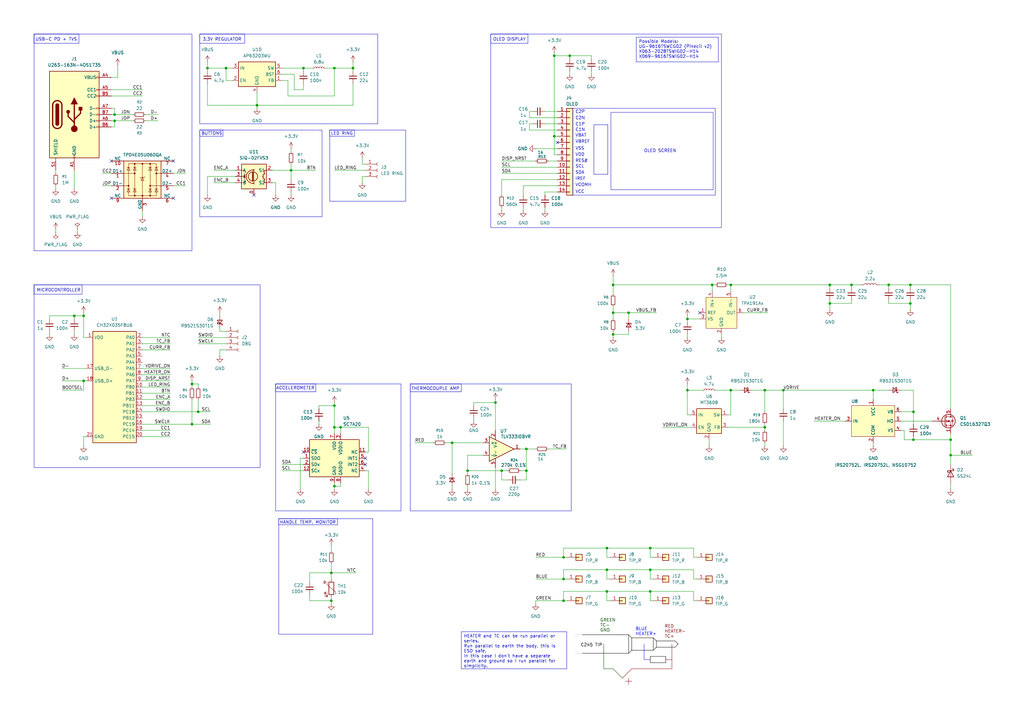
<source format=kicad_sch>
(kicad_sch
	(version 20250114)
	(generator "eeschema")
	(generator_version "9.0")
	(uuid "7095b018-eac3-4b01-b374-28e3216c4fd8")
	(paper "A3")
	
	(rectangle
		(start 113.03 157.48)
		(end 164.465 209.55)
		(stroke
			(width 0)
			(type default)
		)
		(fill
			(type none)
		)
		(uuid 25f66d05-38b5-4a17-99c1-8cad2c92cd3e)
	)
	(rectangle
		(start 13.97 13.97)
		(end 78.74 102.87)
		(stroke
			(width 0)
			(type default)
		)
		(fill
			(type none)
		)
		(uuid 34cfca7f-b72a-4261-a704-f33e6bc4b279)
	)
	(rectangle
		(start 113.03 157.48)
		(end 129.54 160.655)
		(stroke
			(width 0)
			(type default)
		)
		(fill
			(type none)
		)
		(uuid 37b1d202-d0af-4356-9cea-c5377ffdf5c6)
	)
	(rectangle
		(start 168.275 157.48)
		(end 189.23 160.655)
		(stroke
			(width 0)
			(type default)
		)
		(fill
			(type none)
		)
		(uuid 411456a7-808a-4a99-b2e7-4b00b0660778)
	)
	(rectangle
		(start 81.915 53.34)
		(end 91.44 55.88)
		(stroke
			(width 0)
			(type default)
		)
		(fill
			(type none)
		)
		(uuid 51756553-69aa-4f9f-a31a-a60fa2c78053)
	)
	(rectangle
		(start 135.255 53.34)
		(end 166.37 82.55)
		(stroke
			(width 0)
			(type default)
		)
		(fill
			(type none)
		)
		(uuid 7ca7d888-0de2-4ee4-9e02-bce99f6c7310)
	)
	(rectangle
		(start 13.97 116.84)
		(end 33.655 120.65)
		(stroke
			(width 0)
			(type default)
		)
		(fill
			(type none)
		)
		(uuid 7d5ee34c-3c30-4116-b034-575f8f5cbca0)
	)
	(rectangle
		(start 81.915 53.34)
		(end 132.08 88.9)
		(stroke
			(width 0)
			(type default)
		)
		(fill
			(type none)
		)
		(uuid 9c119ec4-7162-4594-9de4-9af2e8ac3469)
	)
	(rectangle
		(start 81.915 13.97)
		(end 100.33 17.78)
		(stroke
			(width 0)
			(type default)
		)
		(fill
			(type none)
		)
		(uuid 9d5c2b83-1ad1-4eb5-9c00-115d7cfbb819)
	)
	(rectangle
		(start 168.275 157.48)
		(end 234.315 209.55)
		(stroke
			(width 0)
			(type default)
		)
		(fill
			(type none)
		)
		(uuid a57dfd79-f7b7-44cf-be58-21e0757161fa)
	)
	(rectangle
		(start 13.97 116.84)
		(end 106.68 191.77)
		(stroke
			(width 0)
			(type default)
		)
		(fill
			(type none)
		)
		(uuid a66c837f-d550-4ad5-b67a-1a34b6eaed03)
	)
	(rectangle
		(start 250.571 46.101)
		(end 292.481 77.851)
		(stroke
			(width 0)
			(type default)
		)
		(fill
			(type none)
		)
		(uuid b323df54-646c-4c42-ac5d-c702f5da28df)
	)
	(rectangle
		(start 13.97 13.97)
		(end 32.385 17.78)
		(stroke
			(width 0)
			(type default)
		)
		(fill
			(type none)
		)
		(uuid b41c86f7-a703-4da7-9c7c-3d6f2dbdab0b)
	)
	(rectangle
		(start 114.3 212.725)
		(end 138.43 215.265)
		(stroke
			(width 0)
			(type default)
		)
		(fill
			(type none)
		)
		(uuid b798fff3-5d10-4e4c-948c-461a0845de52)
	)
	(rectangle
		(start 135.255 53.34)
		(end 145.415 55.88)
		(stroke
			(width 0)
			(type default)
		)
		(fill
			(type none)
		)
		(uuid bb60d903-b4fc-4579-917b-d8b1327cda5c)
	)
	(rectangle
		(start 234.95 44.45)
		(end 293.37 80.01)
		(stroke
			(width 0)
			(type default)
		)
		(fill
			(type none)
		)
		(uuid c7ed09f4-c5b0-447c-8527-2fd1a9942fc7)
	)
	(rectangle
		(start 201.295 13.97)
		(end 295.91 93.345)
		(stroke
			(width 0)
			(type default)
		)
		(fill
			(type none)
		)
		(uuid c86b0301-7b25-4d55-b6bd-bf1af0f3ea13)
	)
	(rectangle
		(start 243.586 51.181)
		(end 249.301 71.501)
		(stroke
			(width 0)
			(type default)
		)
		(fill
			(type none)
		)
		(uuid cc173c2c-4802-4b85-8dc1-c0ed1e2586ae)
	)
	(rectangle
		(start 81.915 13.97)
		(end 154.94 50.8)
		(stroke
			(width 0)
			(type default)
		)
		(fill
			(type none)
		)
		(uuid d5e44070-3c31-4662-9265-15546dcb33a9)
	)
	(rectangle
		(start 114.3 212.725)
		(end 152.908 260.096)
		(stroke
			(width 0)
			(type default)
		)
		(fill
			(type none)
		)
		(uuid dc78faa3-7706-462b-aff1-ea2259b8957d)
	)
	(rectangle
		(start 201.295 13.97)
		(end 216.535 17.78)
		(stroke
			(width 0)
			(type default)
		)
		(fill
			(type none)
		)
		(uuid df873f2f-b2dc-4231-b391-da9722f3ee43)
	)
	(text "RED\nHEATER-\nTC+"
		(exclude_from_sim no)
		(at 272.542 259.08 0)
		(effects
			(font
				(size 1.27 1.27)
				(color 132 0 0 1)
			)
			(justify left)
		)
		(uuid "074f802c-7871-4a94-9d0f-a3c07209b08e")
	)
	(text "3.3V REGULATOR"
		(exclude_from_sim no)
		(at 83.058 16.256 0)
		(effects
			(font
				(size 1.27 1.27)
			)
			(justify left)
		)
		(uuid "270c64e9-acc9-4bdf-adf9-51e85a7cfae3")
	)
	(text "C2N"
		(exclude_from_sim no)
		(at 235.966 48.514 0)
		(effects
			(font
				(size 1.27 1.27)
			)
			(justify left)
		)
		(uuid "303735e4-f194-4e97-9ddd-7741146e5965")
	)
	(text "USB-C PD + TVS"
		(exclude_from_sim no)
		(at 14.478 16.256 0)
		(effects
			(font
				(size 1.27 1.27)
			)
			(justify left)
		)
		(uuid "3b53ae36-2320-46df-8526-8d2b0e4cd267")
	)
	(text "BUTTONS"
		(exclude_from_sim no)
		(at 82.55 54.864 0)
		(effects
			(font
				(size 1.27 1.27)
			)
			(justify left)
		)
		(uuid "4ff0d853-92f6-4f02-aa33-1f252be5ef75")
	)
	(text "SCL"
		(exclude_from_sim no)
		(at 235.966 68.326 0)
		(effects
			(font
				(size 1.27 1.27)
			)
			(justify left)
		)
		(uuid "63c62cf3-4266-478a-9f68-199034fe5d8b")
	)
	(text "RES#"
		(exclude_from_sim no)
		(at 235.966 66.04 0)
		(effects
			(font
				(size 1.27 1.27)
			)
			(justify left)
		)
		(uuid "6ce3c0b9-bb73-4f4d-8996-df06398c02e3")
	)
	(text "C1P"
		(exclude_from_sim no)
		(at 235.966 51.054 0)
		(effects
			(font
				(size 1.27 1.27)
			)
			(justify left)
		)
		(uuid "6d196f00-fda4-408a-b16f-63e268646b7a")
	)
	(text "ACCELEROMETER"
		(exclude_from_sim no)
		(at 121.158 159.258 0)
		(effects
			(font
				(size 1.27 1.27)
			)
		)
		(uuid "6d3cce01-49eb-4036-848c-880563d726ff")
	)
	(text "IREF"
		(exclude_from_sim no)
		(at 235.966 73.406 0)
		(effects
			(font
				(size 1.27 1.27)
			)
			(justify left)
		)
		(uuid "78269562-db7d-4f9c-9409-11de08793bfa")
	)
	(text "BLUE\nHEATER+"
		(exclude_from_sim no)
		(at 260.604 259.08 0)
		(effects
			(font
				(size 1.27 1.27)
				(color 0 0 255 1)
			)
			(justify left)
		)
		(uuid "7cd917a9-991f-405e-b4ad-1658a33b6480")
	)
	(text "C1N"
		(exclude_from_sim no)
		(at 235.966 53.34 0)
		(effects
			(font
				(size 1.27 1.27)
			)
			(justify left)
		)
		(uuid "86eaf89d-7735-48bc-8adf-2c6d7e1c9267")
	)
	(text "C2P"
		(exclude_from_sim no)
		(at 235.966 45.974 0)
		(effects
			(font
				(size 1.27 1.27)
			)
			(justify left)
		)
		(uuid "88767c22-62f5-491f-8191-e622ce50d549")
	)
	(text "VDD"
		(exclude_from_sim no)
		(at 235.966 63.5 0)
		(effects
			(font
				(size 1.27 1.27)
			)
			(justify left)
		)
		(uuid "98ea20d6-f789-4c9a-9d2d-ddf9c4e55ce3")
	)
	(text "HANDLE TEMP. MONITOR"
		(exclude_from_sim no)
		(at 126.238 214.376 0)
		(effects
			(font
				(size 1.27 1.27)
			)
		)
		(uuid "9cf9be48-0da6-4698-b802-905b4321ec7e")
	)
	(text "OLED SCREEN"
		(exclude_from_sim no)
		(at 270.764 61.976 0)
		(effects
			(font
				(size 1.27 1.27)
			)
		)
		(uuid "a7d4d929-dbaa-411d-a847-37e4617db2b8")
	)
	(text "VCC"
		(exclude_from_sim no)
		(at 235.966 78.74 0)
		(effects
			(font
				(size 1.27 1.27)
			)
			(justify left)
		)
		(uuid "c0b5be38-ee7a-4c62-b666-9455a24b9bdf")
	)
	(text "SDA"
		(exclude_from_sim no)
		(at 235.966 70.866 0)
		(effects
			(font
				(size 1.27 1.27)
			)
			(justify left)
		)
		(uuid "d1f23843-c159-4734-816f-e3ebdc7225d4")
	)
	(text "VBREF"
		(exclude_from_sim no)
		(at 235.966 58.166 0)
		(effects
			(font
				(size 1.27 1.27)
			)
			(justify left)
		)
		(uuid "dc92fbc2-eb7d-47ac-891e-6de1528c9506")
	)
	(text "OLED DISPLAY"
		(exclude_from_sim no)
		(at 202.184 16.256 0)
		(effects
			(font
				(size 1.27 1.27)
			)
			(justify left)
		)
		(uuid "e1182865-9cf6-484e-b369-4d8124243a24")
	)
	(text "VBAT"
		(exclude_from_sim no)
		(at 235.966 55.626 0)
		(effects
			(font
				(size 1.27 1.27)
			)
			(justify left)
		)
		(uuid "e5136794-6a5a-4728-b4d0-e47266a8ec2c")
	)
	(text "VSS"
		(exclude_from_sim no)
		(at 235.966 60.96 0)
		(effects
			(font
				(size 1.27 1.27)
			)
			(justify left)
		)
		(uuid "e5277a5c-1568-43ec-ab65-5c403a9ddad3")
	)
	(text "VCOMH"
		(exclude_from_sim no)
		(at 235.966 75.946 0)
		(effects
			(font
				(size 1.27 1.27)
			)
			(justify left)
		)
		(uuid "e677c7ab-e79d-4a1c-8a88-4a56ca5d6b79")
	)
	(text "THERMOCOUPLE AMP"
		(exclude_from_sim no)
		(at 178.562 159.512 0)
		(effects
			(font
				(size 1.27 1.27)
			)
		)
		(uuid "e865e2d4-df9a-47d7-8bc3-1d543675c813")
	)
	(text "LED RING"
		(exclude_from_sim no)
		(at 140.208 54.864 0)
		(effects
			(font
				(size 1.27 1.27)
			)
		)
		(uuid "eebaafe7-13f6-4495-a884-67f3bb5c6ce1")
	)
	(text "MICROCONTROLLER"
		(exclude_from_sim no)
		(at 14.986 119.126 0)
		(effects
			(font
				(size 1.27 1.27)
			)
			(justify left)
		)
		(uuid "f4202bbd-17db-406a-9b6f-417fe43fdaab")
	)
	(text "C245 TIP"
		(exclude_from_sim no)
		(at 242.57 264.668 0)
		(effects
			(font
				(size 1.27 1.27)
				(color 0 0 0 1)
			)
		)
		(uuid "f5ebd9e6-7e85-4295-b1df-1fb1b0a60676")
	)
	(text "GREEN\nTC-\nGND"
		(exclude_from_sim no)
		(at 246.126 256.54 0)
		(effects
			(font
				(size 1.27 1.27)
				(color 0 72 0 1)
			)
			(justify left)
		)
		(uuid "fe22e110-b1c7-4e37-9dd2-ed4186183ab8")
	)
	(text_box "Possible Models:\nUG-9616TSWCG02 (Pinecil v2)\nX063-2028TSWIG02-H14\nX069-9616TSWIG02-H14"
		(exclude_from_sim no)
		(at 260.985 15.24 0)
		(size 33.655 10.16)
		(margins 0.9525 0.9525 0.9525 0.9525)
		(stroke
			(width 0)
			(type solid)
		)
		(fill
			(type none)
		)
		(effects
			(font
				(size 1.27 1.27)
			)
			(justify left top)
		)
		(uuid "aff1d92e-7948-41af-95d4-eec0b0d11729")
	)
	(text_box "HEATER and TC can be run parallel or series.\nRun parallel to earth the body, this is ESD safe.\nIn this case I don't have a separate earth and ground so I run parallel for simplicity."
		(exclude_from_sim no)
		(at 189.23 259.08 0)
		(size 43.18 15.24)
		(margins 0.9525 0.9525 0.9525 0.9525)
		(stroke
			(width 0)
			(type solid)
		)
		(fill
			(type none)
		)
		(effects
			(font
				(size 1.27 1.27)
			)
			(justify left top)
		)
		(uuid "f24e07f6-dab3-4874-a162-57756a4a0cb0")
	)
	(junction
		(at 340.36 116.84)
		(diameter 0)
		(color 0 0 0 0)
		(uuid "0249d269-810c-4792-bcad-62c507e2feae")
	)
	(junction
		(at 81.28 168.91)
		(diameter 0)
		(color 0 0 0 0)
		(uuid "0376124e-fe7a-4814-987e-238a633a55c8")
	)
	(junction
		(at 299.72 160.02)
		(diameter 0)
		(color 0 0 0 0)
		(uuid "07d79252-3cfe-49d3-a697-b5180f951c75")
	)
	(junction
		(at 124.46 27.94)
		(diameter 0)
		(color 0 0 0 0)
		(uuid "0acd8611-5527-40f7-90a3-5c60d1adc1d0")
	)
	(junction
		(at 299.72 116.84)
		(diameter 0)
		(color 0 0 0 0)
		(uuid "1a97976b-dfb2-4683-a36c-95b1ecc6d489")
	)
	(junction
		(at 266.7 233.68)
		(diameter 0)
		(color 0 0 0 0)
		(uuid "1e78fea4-f170-467b-a37a-22058bb36a6d")
	)
	(junction
		(at 374.65 180.34)
		(diameter 0)
		(color 0 0 0 0)
		(uuid "253e7a83-9b7c-4d4c-b8d1-7fbacce38609")
	)
	(junction
		(at 231.14 237.49)
		(diameter 0)
		(color 0 0 0 0)
		(uuid "284f32c2-769a-4bc4-b2f0-a7c3e5ae68d6")
	)
	(junction
		(at 281.94 130.81)
		(diameter 0)
		(color 0 0 0 0)
		(uuid "2b9858fc-d565-4568-9ced-4f85b3261fac")
	)
	(junction
		(at 266.7 224.79)
		(diameter 0)
		(color 0 0 0 0)
		(uuid "3303fd32-4b4a-445d-bddd-01abf0d9be1e")
	)
	(junction
		(at 389.89 180.34)
		(diameter 0)
		(color 0 0 0 0)
		(uuid "3b65a788-4b4c-437e-96e5-165c51a854a4")
	)
	(junction
		(at 203.2 165.1)
		(diameter 0)
		(color 0 0 0 0)
		(uuid "3f9bcc33-18ad-48ec-8047-f514eddb9bd3")
	)
	(junction
		(at 266.7 242.57)
		(diameter 0)
		(color 0 0 0 0)
		(uuid "3ff58bdd-622b-46e9-99a2-8eca2ca30783")
	)
	(junction
		(at 389.89 186.69)
		(diameter 0)
		(color 0 0 0 0)
		(uuid "40073d49-3f44-4af7-a787-657ab510a928")
	)
	(junction
		(at 358.14 160.02)
		(diameter 0)
		(color 0 0 0 0)
		(uuid "4022ea02-a839-4e77-8442-99daabad0cb4")
	)
	(junction
		(at 340.36 124.46)
		(diameter 0)
		(color 0 0 0 0)
		(uuid "43942d84-b87b-4f4a-adb8-d0b0fad21d24")
	)
	(junction
		(at 374.65 168.91)
		(diameter 0)
		(color 0 0 0 0)
		(uuid "45cd84fd-2fd0-4481-9f27-779c4e05a620")
	)
	(junction
		(at 191.77 193.04)
		(diameter 0)
		(color 0 0 0 0)
		(uuid "4793f579-9960-4fea-a983-16516b9a6a74")
	)
	(junction
		(at 30.48 129.54)
		(diameter 0)
		(color 0 0 0 0)
		(uuid "4a00e859-a3fe-467b-8ce9-def1b4a6bc1d")
	)
	(junction
		(at 281.94 160.02)
		(diameter 0)
		(color 0 0 0 0)
		(uuid "4c2788f8-2f3d-4c09-bf35-9265ddb84f5d")
	)
	(junction
		(at 231.14 228.6)
		(diameter 0)
		(color 0 0 0 0)
		(uuid "4e000b4e-efac-4699-be88-c8c4a1e11b0e")
	)
	(junction
		(at 137.16 27.94)
		(diameter 0)
		(color 0 0 0 0)
		(uuid "4e457d4d-37fd-4b51-a420-85ebb8dc04c5")
	)
	(junction
		(at 251.46 137.16)
		(diameter 0)
		(color 0 0 0 0)
		(uuid "5356a73a-34f6-4489-9bec-01ccee3dfe09")
	)
	(junction
		(at 137.16 175.26)
		(diameter 0)
		(color 0 0 0 0)
		(uuid "589eff9d-eed1-4df5-98d6-26b7c768b426")
	)
	(junction
		(at 46.99 49.53)
		(diameter 0)
		(color 0 0 0 0)
		(uuid "5e8d1cf7-167e-4030-9f28-7c115ea5395b")
	)
	(junction
		(at 248.92 233.68)
		(diameter 0)
		(color 0 0 0 0)
		(uuid "5ea4f1af-29c5-41cd-b15b-81097d2b6427")
	)
	(junction
		(at 227.33 55.88)
		(diameter 0)
		(color 0 0 0 0)
		(uuid "5fbb3de9-86ee-49ad-a284-eb55f1cc692a")
	)
	(junction
		(at 292.1 116.84)
		(diameter 0)
		(color 0 0 0 0)
		(uuid "5feb41b2-1973-47b7-a124-0b6e2628d43d")
	)
	(junction
		(at 248.92 242.57)
		(diameter 0)
		(color 0 0 0 0)
		(uuid "64f8ff53-fd25-4945-b8a5-64153356f23e")
	)
	(junction
		(at 257.81 128.27)
		(diameter 0)
		(color 0 0 0 0)
		(uuid "72a3e6ce-0be8-4ce5-948e-b5935f1538fc")
	)
	(junction
		(at 233.68 22.86)
		(diameter 0)
		(color 0 0 0 0)
		(uuid "73b54f8a-8892-4f5c-ad2f-0a2e6cc384c3")
	)
	(junction
		(at 34.29 129.54)
		(diameter 0)
		(color 0 0 0 0)
		(uuid "7463436f-e839-4ea2-a4bf-81f122061b20")
	)
	(junction
		(at 205.74 193.04)
		(diameter 0)
		(color 0 0 0 0)
		(uuid "77d052f3-f174-4ac4-b7f3-74fd8cd4f0e2")
	)
	(junction
		(at 78.74 157.48)
		(diameter 0)
		(color 0 0 0 0)
		(uuid "81607e46-ed60-4e7b-900a-af756b50d9d4")
	)
	(junction
		(at 313.69 160.02)
		(diameter 0)
		(color 0 0 0 0)
		(uuid "81928cab-d290-47f7-99c7-9c8f417d4c4e")
	)
	(junction
		(at 137.16 166.37)
		(diameter 0)
		(color 0 0 0 0)
		(uuid "84b1d133-5555-4f34-9259-4c4a00397909")
	)
	(junction
		(at 215.9 193.04)
		(diameter 0)
		(color 0 0 0 0)
		(uuid "879d8513-8c12-4c71-805b-cfd0566ce6a8")
	)
	(junction
		(at 34.29 156.21)
		(diameter 0)
		(color 0 0 0 0)
		(uuid "89bcf90e-9038-4def-8280-30d23811eeb8")
	)
	(junction
		(at 349.25 116.84)
		(diameter 0)
		(color 0 0 0 0)
		(uuid "924a9453-b138-4112-9cf9-cdd7d6fd271f")
	)
	(junction
		(at 227.33 22.86)
		(diameter 0)
		(color 0 0 0 0)
		(uuid "9531702c-c6a6-4297-8a10-64a5c6fc90b3")
	)
	(junction
		(at 135.89 246.38)
		(diameter 0)
		(color 0 0 0 0)
		(uuid "9ba723fb-78b5-4d72-ae3c-94d59ceb7ba3")
	)
	(junction
		(at 373.38 124.46)
		(diameter 0)
		(color 0 0 0 0)
		(uuid "9ce0d5f7-a196-42ba-865b-78bc41279af1")
	)
	(junction
		(at 251.46 116.84)
		(diameter 0)
		(color 0 0 0 0)
		(uuid "a3b1ebda-28bf-4cca-a91f-ab0720e0e5f5")
	)
	(junction
		(at 215.9 184.15)
		(diameter 0)
		(color 0 0 0 0)
		(uuid "aff6f7cf-f995-4965-9b70-2f6e1afd3257")
	)
	(junction
		(at 251.46 128.27)
		(diameter 0)
		(color 0 0 0 0)
		(uuid "b257f578-3f04-4267-ba31-62cb9e7e56e2")
	)
	(junction
		(at 185.42 181.61)
		(diameter 0)
		(color 0 0 0 0)
		(uuid "be519101-b7e2-4e85-bc0c-866a0a6fdb77")
	)
	(junction
		(at 135.89 234.95)
		(diameter 0)
		(color 0 0 0 0)
		(uuid "c4f19431-f823-4a18-902b-e25529b1c304")
	)
	(junction
		(at 144.78 27.94)
		(diameter 0)
		(color 0 0 0 0)
		(uuid "caa23b1a-fb60-423d-84ed-a4ec6bda7dc1")
	)
	(junction
		(at 78.74 173.99)
		(diameter 0)
		(color 0 0 0 0)
		(uuid "cb369bbe-c983-4f03-86f5-9ab8b3b58edd")
	)
	(junction
		(at 119.38 69.85)
		(diameter 0)
		(color 0 0 0 0)
		(uuid "cbfb9910-a9c3-4d1d-beaf-ad4934f7e32e")
	)
	(junction
		(at 313.69 175.26)
		(diameter 0)
		(color 0 0 0 0)
		(uuid "cc109a5d-bdf8-421c-800f-f4fb1ea8fcea")
	)
	(junction
		(at 105.41 43.18)
		(diameter 0)
		(color 0 0 0 0)
		(uuid "d049456d-20ee-4308-a384-c295c5fb64a1")
	)
	(junction
		(at 137.16 199.39)
		(diameter 0)
		(color 0 0 0 0)
		(uuid "d3c0ec6c-e13a-496a-ad1c-ba60afc46b96")
	)
	(junction
		(at 46.99 46.99)
		(diameter 0)
		(color 0 0 0 0)
		(uuid "d3cb3929-1383-43bf-9aa0-8d6179547879")
	)
	(junction
		(at 364.49 116.84)
		(diameter 0)
		(color 0 0 0 0)
		(uuid "d6376345-e63e-469e-b947-b621d80200ca")
	)
	(junction
		(at 373.38 116.84)
		(diameter 0)
		(color 0 0 0 0)
		(uuid "d9505c24-ab59-4a1d-8ead-8359d37f8315")
	)
	(junction
		(at 321.31 160.02)
		(diameter 0)
		(color 0 0 0 0)
		(uuid "e5115188-7348-4d7f-9464-18609567d3fc")
	)
	(junction
		(at 92.71 27.94)
		(diameter 0)
		(color 0 0 0 0)
		(uuid "e80bc681-7695-43f3-a2bd-d411c7e86409")
	)
	(junction
		(at 231.14 246.38)
		(diameter 0)
		(color 0 0 0 0)
		(uuid "ea75d511-588c-4431-8d03-5392322d567d")
	)
	(junction
		(at 139.7 175.26)
		(diameter 0)
		(color 0 0 0 0)
		(uuid "ea9ea449-1699-40d7-8a1c-89a1d2111f96")
	)
	(junction
		(at 248.92 224.79)
		(diameter 0)
		(color 0 0 0 0)
		(uuid "ebd518cf-54ce-4d1f-b736-386303c84246")
	)
	(junction
		(at 85.09 27.94)
		(diameter 0)
		(color 0 0 0 0)
		(uuid "f1df4cab-d95d-4e21-b204-cc5686c3ccd2")
	)
	(no_connect
		(at 287.02 128.27)
		(uuid "06611bec-51b6-46da-9687-f0c27668a583")
	)
	(no_connect
		(at 149.86 187.96)
		(uuid "12b81ef0-4fba-4b2f-98fa-a2180c0447e2")
	)
	(no_connect
		(at 149.86 190.5)
		(uuid "2b4977a8-0f21-4fec-84e4-4c603e997be4")
	)
	(no_connect
		(at 71.12 81.28)
		(uuid "46b4ccbc-24ab-4899-8505-9a1bc9336197")
	)
	(no_connect
		(at 45.72 66.04)
		(uuid "613b3790-5218-413f-a343-e26aa4ea4b95")
	)
	(no_connect
		(at 228.6 58.42)
		(uuid "8d801d13-32fe-4e34-8cc5-b8a86a497023")
	)
	(no_connect
		(at 124.46 185.42)
		(uuid "bb17c601-45a1-4eb6-aaaf-eada3efdd523")
	)
	(no_connect
		(at 45.72 81.28)
		(uuid "c9b41e3a-80a4-4410-be4c-91975e86700a")
	)
	(no_connect
		(at 104.14 80.01)
		(uuid "d8cbb7b8-f348-43ed-b12a-7c884625729d")
	)
	(no_connect
		(at 71.12 66.04)
		(uuid "e9fc4535-1911-4390-b5e2-c282d53c9319")
	)
	(polyline
		(pts
			(xy 269.24 265.43) (xy 267.97 266.7)
		)
		(stroke
			(width 0)
			(type default)
			(color 0 0 0 1)
		)
		(uuid "026bb0ed-6072-40a3-95a7-f0b0e5bb9f80")
	)
	(wire
		(pts
			(xy 144.78 25.4) (xy 144.78 27.94)
		)
		(stroke
			(width 0)
			(type default)
		)
		(uuid "0280334b-627a-4233-a676-012a207d9298")
	)
	(wire
		(pts
			(xy 123.19 187.96) (xy 124.46 187.96)
		)
		(stroke
			(width 0)
			(type default)
		)
		(uuid "03f9526b-c252-4cea-a8ec-81306ff6df76")
	)
	(wire
		(pts
			(xy 41.91 76.2) (xy 45.72 76.2)
		)
		(stroke
			(width 0)
			(type default)
		)
		(uuid "057a48eb-9b1d-42a5-bf44-6985b9321748")
	)
	(wire
		(pts
			(xy 227.33 55.88) (xy 228.6 55.88)
		)
		(stroke
			(width 0)
			(type default)
		)
		(uuid "06a39b25-e5c0-48bf-8f66-6ff9e46efda7")
	)
	(polyline
		(pts
			(xy 275.59 270.51) (xy 273.05 270.51)
		)
		(stroke
			(width 0)
			(type solid)
			(color 132 0 0 1)
		)
		(uuid "07b98816-3d51-4f72-b198-7c04ddd02a60")
	)
	(wire
		(pts
			(xy 299.72 160.02) (xy 299.72 170.18)
		)
		(stroke
			(width 0)
			(type default)
		)
		(uuid "08ca60c2-d79a-4019-861d-7c88280594b9")
	)
	(wire
		(pts
			(xy 115.57 193.04) (xy 124.46 193.04)
		)
		(stroke
			(width 0)
			(type default)
		)
		(uuid "093a4bfc-aabd-4586-948a-1580d9afeffa")
	)
	(wire
		(pts
			(xy 45.72 36.83) (xy 58.42 36.83)
		)
		(stroke
			(width 0)
			(type default)
		)
		(uuid "098337dc-d67f-4f92-9e59-aa0530495823")
	)
	(wire
		(pts
			(xy 369.57 168.91) (xy 374.65 168.91)
		)
		(stroke
			(width 0)
			(type default)
		)
		(uuid "0991fc57-c77d-4d8b-a7f5-93559a71531e")
	)
	(wire
		(pts
			(xy 284.48 228.6) (xy 285.75 228.6)
		)
		(stroke
			(width 0)
			(type default)
		)
		(uuid "0b3b1be4-2c7f-47f2-886c-9ff27992e090")
	)
	(wire
		(pts
			(xy 283.21 170.18) (xy 281.94 170.18)
		)
		(stroke
			(width 0)
			(type default)
		)
		(uuid "0bdd0dd3-1438-4145-a164-7482936ecc91")
	)
	(polyline
		(pts
			(xy 236.22 260.35) (xy 238.76 260.35)
		)
		(stroke
			(width 0)
			(type dot)
			(color 0 0 0 1)
		)
		(uuid "0bebbeb1-bed0-4084-8b40-7ac03a835cd7")
	)
	(wire
		(pts
			(xy 358.14 181.61) (xy 358.14 182.88)
		)
		(stroke
			(width 0)
			(type default)
		)
		(uuid "0c9fa1d8-a413-4dad-b1e6-53724d6877dc")
	)
	(wire
		(pts
			(xy 374.65 179.07) (xy 374.65 180.34)
		)
		(stroke
			(width 0)
			(type default)
		)
		(uuid "0d1d8e67-44be-4e93-8637-8b77df712344")
	)
	(wire
		(pts
			(xy 85.09 34.29) (xy 85.09 43.18)
		)
		(stroke
			(width 0)
			(type default)
		)
		(uuid "0d1da041-1604-484f-8588-64418e6780df")
	)
	(wire
		(pts
			(xy 281.94 157.48) (xy 281.94 160.02)
		)
		(stroke
			(width 0)
			(type default)
		)
		(uuid "0d6f32d5-98ad-41ed-b781-51035ba32ce2")
	)
	(polyline
		(pts
			(xy 266.7 269.24) (xy 266.7 271.78)
		)
		(stroke
			(width 0)
			(type solid)
			(color 0 0 0 1)
		)
		(uuid "0e087217-7caf-4ae9-80d3-cf5e99ccbd9c")
	)
	(wire
		(pts
			(xy 78.74 157.48) (xy 81.28 157.48)
		)
		(stroke
			(width 0)
			(type default)
		)
		(uuid "0e2e8ef7-9967-4f2a-a391-35d57131fb71")
	)
	(wire
		(pts
			(xy 248.92 224.79) (xy 266.7 224.79)
		)
		(stroke
			(width 0)
			(type default)
		)
		(uuid "0ea3b0f9-9010-4b04-86d3-c4830ab1836d")
	)
	(wire
		(pts
			(xy 127 234.95) (xy 135.89 234.95)
		)
		(stroke
			(width 0)
			(type default)
		)
		(uuid "0f8627da-dc1e-4504-acfc-120e3647c5b5")
	)
	(wire
		(pts
			(xy 58.42 158.75) (xy 69.85 158.75)
		)
		(stroke
			(width 0)
			(type default)
		)
		(uuid "0f968ad1-38fa-43f3-a9ca-eaab57060db2")
	)
	(wire
		(pts
			(xy 214.63 85.09) (xy 214.63 86.36)
		)
		(stroke
			(width 0)
			(type default)
		)
		(uuid "0fdf5b0f-14a7-4ff5-aee8-91dcf3e80430")
	)
	(polyline
		(pts
			(xy 276.86 262.89) (xy 278.13 264.16)
		)
		(stroke
			(width 0)
			(type default)
			(color 0 0 0 1)
		)
		(uuid "0ffc5971-b130-492f-a7ea-ccd3781d517b")
	)
	(wire
		(pts
			(xy 251.46 125.73) (xy 251.46 128.27)
		)
		(stroke
			(width 0)
			(type default)
		)
		(uuid "10b7f4bb-8e85-4f50-bd94-98083d6c2f27")
	)
	(wire
		(pts
			(xy 321.31 167.64) (xy 321.31 160.02)
		)
		(stroke
			(width 0)
			(type default)
		)
		(uuid "1213dcc9-1528-4b78-b712-6cdbea454856")
	)
	(wire
		(pts
			(xy 191.77 193.04) (xy 191.77 186.69)
		)
		(stroke
			(width 0)
			(type default)
		)
		(uuid "12f02fb2-28a7-4766-ae13-424545151178")
	)
	(wire
		(pts
			(xy 137.16 175.26) (xy 137.16 177.8)
		)
		(stroke
			(width 0)
			(type default)
		)
		(uuid "135c080a-b87a-42f2-bd23-e8f54c5ee6c7")
	)
	(wire
		(pts
			(xy 148.59 74.93) (xy 148.59 72.39)
		)
		(stroke
			(width 0)
			(type default)
		)
		(uuid "13a8fbae-4055-4538-a775-7561035458e6")
	)
	(wire
		(pts
			(xy 191.77 193.04) (xy 205.74 193.04)
		)
		(stroke
			(width 0)
			(type default)
		)
		(uuid "13e7537a-edd6-43d5-8bb0-f6eb3d491016")
	)
	(wire
		(pts
			(xy 257.81 137.16) (xy 251.46 137.16)
		)
		(stroke
			(width 0)
			(type default)
		)
		(uuid "13fdc45e-79a2-4146-a607-12db049e38ab")
	)
	(wire
		(pts
			(xy 215.9 193.04) (xy 215.9 184.15)
		)
		(stroke
			(width 0)
			(type default)
		)
		(uuid "1427c6b1-5293-499b-9663-f54121cc8ca4")
	)
	(wire
		(pts
			(xy 48.26 31.75) (xy 48.26 26.67)
		)
		(stroke
			(width 0)
			(type default)
		)
		(uuid "14b83c6b-fa77-4ec1-b020-d89f490dd1db")
	)
	(wire
		(pts
			(xy 373.38 116.84) (xy 373.38 118.11)
		)
		(stroke
			(width 0)
			(type default)
		)
		(uuid "154f7824-5e3a-4df6-a265-e8ad4cf18628")
	)
	(wire
		(pts
			(xy 87.63 69.85) (xy 96.52 69.85)
		)
		(stroke
			(width 0)
			(type default)
		)
		(uuid "15d75b7e-53c1-4b3b-bead-3e9845084cb1")
	)
	(wire
		(pts
			(xy 203.2 163.83) (xy 203.2 165.1)
		)
		(stroke
			(width 0)
			(type default)
		)
		(uuid "16a235b6-6479-41c3-934b-5990cd87fafe")
	)
	(wire
		(pts
			(xy 227.33 55.88) (xy 227.33 63.5)
		)
		(stroke
			(width 0)
			(type default)
		)
		(uuid "16a6ad92-1a6b-4d2b-93f1-5652f5947dbb")
	)
	(wire
		(pts
			(xy 231.14 228.6) (xy 232.41 228.6)
		)
		(stroke
			(width 0)
			(type default)
		)
		(uuid "17df628e-6e1c-4007-bf79-a6f4989ca29e")
	)
	(wire
		(pts
			(xy 45.72 52.07) (xy 46.99 52.07)
		)
		(stroke
			(width 0)
			(type default)
		)
		(uuid "18438b3a-827e-4972-b4d2-e39627126fd2")
	)
	(polyline
		(pts
			(xy 255.27 260.35) (xy 257.81 260.35)
		)
		(stroke
			(width 0)
			(type default)
			(color 0 0 0 1)
		)
		(uuid "185695dd-6d7c-4a99-817d-9d7e560e285b")
	)
	(wire
		(pts
			(xy 58.42 153.67) (xy 69.85 153.67)
		)
		(stroke
			(width 0)
			(type default)
		)
		(uuid "185cc638-609c-4acf-9a83-434d47f9bece")
	)
	(wire
		(pts
			(xy 248.92 228.6) (xy 250.19 228.6)
		)
		(stroke
			(width 0)
			(type default)
		)
		(uuid "186284b8-bd67-4889-90c2-387a38831a45")
	)
	(wire
		(pts
			(xy 321.31 160.02) (xy 313.69 160.02)
		)
		(stroke
			(width 0)
			(type default)
		)
		(uuid "18853170-98c0-4142-a886-9b88272679cd")
	)
	(wire
		(pts
			(xy 231.14 242.57) (xy 248.92 242.57)
		)
		(stroke
			(width 0)
			(type default)
		)
		(uuid "19a14244-1aa6-4e39-a21f-a4b520ce6566")
	)
	(wire
		(pts
			(xy 281.94 170.18) (xy 281.94 160.02)
		)
		(stroke
			(width 0)
			(type default)
		)
		(uuid "19c2bb4e-b6a2-428b-b46d-e50a0b5d9ad9")
	)
	(wire
		(pts
			(xy 90.17 135.89) (xy 92.71 135.89)
		)
		(stroke
			(width 0)
			(type default)
		)
		(uuid "1b5db70b-c75a-47b9-9005-1a033afb345d")
	)
	(wire
		(pts
			(xy 374.65 180.34) (xy 389.89 180.34)
		)
		(stroke
			(width 0)
			(type default)
		)
		(uuid "1b77d230-b149-4ebc-9500-892f807d9feb")
	)
	(wire
		(pts
			(xy 127 246.38) (xy 127 243.84)
		)
		(stroke
			(width 0)
			(type default)
		)
		(uuid "1b9cd177-a46a-4a5a-81a3-e55bb87811dd")
	)
	(polyline
		(pts
			(xy 264.16 264.16) (xy 264.16 270.51)
		)
		(stroke
			(width 0)
			(type solid)
			(color 0 0 255 1)
		)
		(uuid "1ba11ea6-79fc-470e-8095-8fd6d151a60b")
	)
	(wire
		(pts
			(xy 58.42 166.37) (xy 69.85 166.37)
		)
		(stroke
			(width 0)
			(type default)
		)
		(uuid "1c31a3a0-71be-4869-aecb-fe7720f70370")
	)
	(wire
		(pts
			(xy 266.7 246.38) (xy 267.97 246.38)
		)
		(stroke
			(width 0)
			(type default)
		)
		(uuid "1cf9f715-8924-4551-8321-2cb14bcb7a4b")
	)
	(polyline
		(pts
			(xy 247.65 264.16) (xy 247.65 274.32)
		)
		(stroke
			(width 0)
			(type solid)
			(color 0 72 0 1)
		)
		(uuid "1d759bc9-3b87-4396-975b-76eb784a4ee5")
	)
	(wire
		(pts
			(xy 95.25 27.94) (xy 92.71 27.94)
		)
		(stroke
			(width 0)
			(type default)
		)
		(uuid "202f5003-0a48-4fcb-962b-eb5d0b2eea8c")
	)
	(wire
		(pts
			(xy 231.14 237.49) (xy 231.14 233.68)
		)
		(stroke
			(width 0)
			(type default)
		)
		(uuid "208cd2f2-adb5-4a75-b940-1381a809b269")
	)
	(wire
		(pts
			(xy 105.41 43.18) (xy 144.78 43.18)
		)
		(stroke
			(width 0)
			(type default)
		)
		(uuid "228d2b28-0e5e-4a0f-9a64-60ca034456d5")
	)
	(wire
		(pts
			(xy 22.86 69.85) (xy 22.86 71.12)
		)
		(stroke
			(width 0)
			(type default)
		)
		(uuid "22ceb097-bc74-4764-aecd-0b980944d711")
	)
	(wire
		(pts
			(xy 231.14 224.79) (xy 231.14 228.6)
		)
		(stroke
			(width 0)
			(type default)
		)
		(uuid "24d72d9c-7088-49fe-b9b0-0f36f49c22e7")
	)
	(wire
		(pts
			(xy 284.48 246.38) (xy 285.75 246.38)
		)
		(stroke
			(width 0)
			(type default)
		)
		(uuid "2616a777-c896-4d19-9dd1-44f1b40faa16")
	)
	(wire
		(pts
			(xy 340.36 123.19) (xy 340.36 124.46)
		)
		(stroke
			(width 0)
			(type default)
		)
		(uuid "262148e9-abf9-4df4-8abe-6bc1166237b2")
	)
	(wire
		(pts
			(xy 266.7 237.49) (xy 267.97 237.49)
		)
		(stroke
			(width 0)
			(type default)
		)
		(uuid "28258bd8-18c4-469b-be71-ef9ab42f0cf4")
	)
	(wire
		(pts
			(xy 208.28 196.85) (xy 205.74 196.85)
		)
		(stroke
			(width 0)
			(type default)
		)
		(uuid "28f9a714-ce47-4a87-9eba-39a2e1e51e21")
	)
	(wire
		(pts
			(xy 137.16 39.37) (xy 118.11 39.37)
		)
		(stroke
			(width 0)
			(type default)
		)
		(uuid "296133f5-2a32-47e9-994c-67f3c4c032fa")
	)
	(polyline
		(pts
			(xy 275.59 264.16) (xy 275.59 270.51)
		)
		(stroke
			(width 0)
			(type solid)
			(color 132 0 0 1)
		)
		(uuid "2986f712-090f-47d7-9d1c-d91842ebf259")
	)
	(wire
		(pts
			(xy 248.92 242.57) (xy 266.7 242.57)
		)
		(stroke
			(width 0)
			(type default)
		)
		(uuid "29f41644-402c-4df3-aa82-716fe9752efd")
	)
	(wire
		(pts
			(xy 46.99 44.45) (xy 46.99 46.99)
		)
		(stroke
			(width 0)
			(type default)
		)
		(uuid "2b6c7f04-a093-4524-90eb-496f9f787527")
	)
	(polyline
		(pts
			(xy 273.05 270.51) (xy 273.05 269.24)
		)
		(stroke
			(width 0)
			(type solid)
			(color 0 0 0 1)
		)
		(uuid "2c47bba1-b584-4271-bdfb-c24c01ea95ec")
	)
	(wire
		(pts
			(xy 205.74 73.66) (xy 205.74 80.01)
		)
		(stroke
			(width 0)
			(type default)
		)
		(uuid "2c6750b6-74c7-4d32-8f14-8af4353a5366")
	)
	(wire
		(pts
			(xy 231.14 224.79) (xy 248.92 224.79)
		)
		(stroke
			(width 0)
			(type default)
		)
		(uuid "2c6d220a-0a4b-4ff0-96fe-2ee1e16fcd9b")
	)
	(wire
		(pts
			(xy 105.41 43.18) (xy 105.41 44.45)
		)
		(stroke
			(width 0)
			(type default)
		)
		(uuid "2caf9a90-c3fc-4061-b393-2a0dec203c07")
	)
	(wire
		(pts
			(xy 45.72 31.75) (xy 48.26 31.75)
		)
		(stroke
			(width 0)
			(type default)
		)
		(uuid "2f68ac55-2ae3-4fdc-bcfb-21f448f1abfc")
	)
	(wire
		(pts
			(xy 135.89 234.95) (xy 146.05 234.95)
		)
		(stroke
			(width 0)
			(type default)
		)
		(uuid "2f7c8f4f-5718-4ee6-b598-55a2c858af33")
	)
	(wire
		(pts
			(xy 266.7 242.57) (xy 284.48 242.57)
		)
		(stroke
			(width 0)
			(type default)
		)
		(uuid "2fbb547f-23cf-4496-89ab-aa2301b850bd")
	)
	(wire
		(pts
			(xy 137.16 165.1) (xy 137.16 166.37)
		)
		(stroke
			(width 0)
			(type default)
		)
		(uuid "2ff8f590-a0dd-4986-b523-e06c9b3827a0")
	)
	(polyline
		(pts
			(xy 259.08 261.62) (xy 259.08 266.7)
		)
		(stroke
			(width 0)
			(type default)
			(color 0 0 0 1)
		)
		(uuid "2ffefb90-6206-45ca-b57b-84bd29cfce39")
	)
	(wire
		(pts
			(xy 321.31 160.02) (xy 358.14 160.02)
		)
		(stroke
			(width 0)
			(type default)
		)
		(uuid "30582172-f069-4a5c-98a5-78a219f57280")
	)
	(polyline
		(pts
			(xy 266.7 261.62) (xy 267.97 261.62)
		)
		(stroke
			(width 0)
			(type default)
			(color 0 0 0 1)
		)
		(uuid "30fd122b-5121-4a83-88df-f8bbacf354a5")
	)
	(wire
		(pts
			(xy 58.42 179.07) (xy 69.85 179.07)
		)
		(stroke
			(width 0)
			(type default)
		)
		(uuid "31a5a27a-16db-4a49-a5fb-95805556c18e")
	)
	(wire
		(pts
			(xy 124.46 36.83) (xy 120.65 36.83)
		)
		(stroke
			(width 0)
			(type default)
		)
		(uuid "326fcbeb-6568-414a-bae2-3482d5ca26c6")
	)
	(wire
		(pts
			(xy 130.81 167.64) (xy 130.81 166.37)
		)
		(stroke
			(width 0)
			(type default)
		)
		(uuid "34170387-03a3-4d7d-9f6a-9db512b2f47f")
	)
	(wire
		(pts
			(xy 92.71 27.94) (xy 85.09 27.94)
		)
		(stroke
			(width 0)
			(type default)
		)
		(uuid "35fc1e6c-2319-48d6-b1ef-3f4c892dc210")
	)
	(wire
		(pts
			(xy 185.42 181.61) (xy 198.12 181.61)
		)
		(stroke
			(width 0)
			(type default)
		)
		(uuid "36f53756-61b8-4225-b3bf-fa4d238d3b1c")
	)
	(wire
		(pts
			(xy 34.29 129.54) (xy 34.29 138.43)
		)
		(stroke
			(width 0)
			(type default)
		)
		(uuid "37760e84-34f3-4903-8420-24fbe82cc7d6")
	)
	(polyline
		(pts
			(xy 257.81 275.59) (xy 255.27 278.13)
		)
		(stroke
			(width 0)
			(type solid)
			(color 132 0 0 1)
		)
		(uuid "37ebe191-502b-4008-ade9-750ab2ba02d7")
	)
	(wire
		(pts
			(xy 85.09 27.94) (xy 85.09 29.21)
		)
		(stroke
			(width 0)
			(type default)
		)
		(uuid "3855a61f-666e-4706-aff6-2793b5d48fb3")
	)
	(wire
		(pts
			(xy 58.42 86.36) (xy 58.42 88.9)
		)
		(stroke
			(width 0)
			(type default)
		)
		(uuid "3884bd08-970a-4525-a7ae-3d118eacfc46")
	)
	(wire
		(pts
			(xy 373.38 124.46) (xy 373.38 127)
		)
		(stroke
			(width 0)
			(type default)
		)
		(uuid "3a2f0939-ff0c-439a-a3d0-aa91e8aa0534")
	)
	(wire
		(pts
			(xy 144.78 29.21) (xy 144.78 27.94)
		)
		(stroke
			(width 0)
			(type default)
		)
		(uuid "3be291d1-3abb-48c6-8d25-0c043a9fcb68")
	)
	(wire
		(pts
			(xy 228.6 53.34) (xy 217.17 53.34)
		)
		(stroke
			(width 0)
			(type default)
		)
		(uuid "3cc74a2e-0fe8-421a-b5ee-daa8e8b3a712")
	)
	(wire
		(pts
			(xy 266.7 233.68) (xy 266.7 237.49)
		)
		(stroke
			(width 0)
			(type default)
		)
		(uuid "3d8111d1-5754-4d6e-a849-470a6bd591a5")
	)
	(wire
		(pts
			(xy 81.28 158.75) (xy 81.28 157.48)
		)
		(stroke
			(width 0)
			(type default)
		)
		(uuid "3e0b80ea-981d-44ea-98ef-2a7e6f6c8ed9")
	)
	(wire
		(pts
			(xy 224.79 66.04) (xy 228.6 66.04)
		)
		(stroke
			(width 0)
			(type default)
		)
		(uuid "3e7e3e9e-2270-4d22-887c-ad05a3264519")
	)
	(wire
		(pts
			(xy 340.36 116.84) (xy 349.25 116.84)
		)
		(stroke
			(width 0)
			(type default)
		)
		(uuid "3ecf81df-9e81-47a2-bb7f-3e3b31d22ef4")
	)
	(wire
		(pts
			(xy 231.14 246.38) (xy 231.14 242.57)
		)
		(stroke
			(width 0)
			(type default)
		)
		(uuid "3fa2d78b-ebb4-4831-a7a1-a277abddf5b5")
	)
	(wire
		(pts
			(xy 59.69 49.53) (xy 64.77 49.53)
		)
		(stroke
			(width 0)
			(type default)
		)
		(uuid "3fb95421-59f4-497f-8b94-8962c1179ed1")
	)
	(wire
		(pts
			(xy 20.32 129.54) (xy 30.48 129.54)
		)
		(stroke
			(width 0)
			(type default)
		)
		(uuid "40920f53-5818-408c-bc37-08872dc5c2db")
	)
	(wire
		(pts
			(xy 151.13 193.04) (xy 151.13 200.66)
		)
		(stroke
			(width 0)
			(type default)
		)
		(uuid "40b028e4-52bf-4d41-b4ef-331b7c9a978e")
	)
	(wire
		(pts
			(xy 185.42 199.39) (xy 185.42 200.66)
		)
		(stroke
			(width 0)
			(type default)
		)
		(uuid "43271041-c5c8-412c-bfdd-5618a8d6f936")
	)
	(wire
		(pts
			(xy 149.86 193.04) (xy 151.13 193.04)
		)
		(stroke
			(width 0)
			(type default)
		)
		(uuid "435771e7-7406-4d64-854d-386effbd573f")
	)
	(wire
		(pts
			(xy 369.57 160.02) (xy 374.65 160.02)
		)
		(stroke
			(width 0)
			(type default)
		)
		(uuid "43bc359c-fbc5-42f0-9eb9-e197be54c3b7")
	)
	(wire
		(pts
			(xy 231.14 246.38) (xy 232.41 246.38)
		)
		(stroke
			(width 0)
			(type default)
		)
		(uuid "44421f2e-8ea1-481c-996b-c429ad7430a2")
	)
	(wire
		(pts
			(xy 45.72 39.37) (xy 58.42 39.37)
		)
		(stroke
			(width 0)
			(type default)
		)
		(uuid "44f9df40-5b32-48e7-b548-a32438cf0dfd")
	)
	(wire
		(pts
			(xy 85.09 43.18) (xy 105.41 43.18)
		)
		(stroke
			(width 0)
			(type default)
		)
		(uuid "4565d69f-09cb-47a5-b4c9-ecffd44c036a")
	)
	(wire
		(pts
			(xy 284.48 233.68) (xy 284.48 237.49)
		)
		(stroke
			(width 0)
			(type default)
		)
		(uuid "45840b3e-897d-4e56-aed0-7dd0d960365e")
	)
	(wire
		(pts
			(xy 248.92 233.68) (xy 248.92 237.49)
		)
		(stroke
			(width 0)
			(type default)
		)
		(uuid "4637cb7f-09e0-4c05-b449-63b35a69be90")
	)
	(wire
		(pts
			(xy 233.68 29.21) (xy 233.68 30.48)
		)
		(stroke
			(width 0)
			(type default)
		)
		(uuid "46dd8646-50ac-4ac6-9c60-c9a27d511d5f")
	)
	(wire
		(pts
			(xy 248.92 237.49) (xy 250.19 237.49)
		)
		(stroke
			(width 0)
			(type default)
		)
		(uuid "4715cb89-1598-4b7d-ac82-303c30310351")
	)
	(wire
		(pts
			(xy 46.99 46.99) (xy 54.61 46.99)
		)
		(stroke
			(width 0)
			(type default)
		)
		(uuid "477f52c3-2d50-4858-b854-31927f0e8c86")
	)
	(wire
		(pts
			(xy 251.46 128.27) (xy 257.81 128.27)
		)
		(stroke
			(width 0)
			(type default)
		)
		(uuid "48f7fe68-e9a1-40c5-b117-e6bb3bc75566")
	)
	(wire
		(pts
			(xy 271.78 175.26) (xy 283.21 175.26)
		)
		(stroke
			(width 0)
			(type default)
		)
		(uuid "49f27579-6d42-4b75-821c-07e9cd3dd8c3")
	)
	(wire
		(pts
			(xy 58.42 168.91) (xy 81.28 168.91)
		)
		(stroke
			(width 0)
			(type default)
		)
		(uuid "4b4a165d-6c8d-46da-937d-81a3f22e7c24")
	)
	(wire
		(pts
			(xy 223.52 78.74) (xy 223.52 80.01)
		)
		(stroke
			(width 0)
			(type default)
		)
		(uuid "4be25685-095f-4656-b86d-69637547dd3b")
	)
	(wire
		(pts
			(xy 340.36 116.84) (xy 340.36 118.11)
		)
		(stroke
			(width 0)
			(type default)
		)
		(uuid "4e99a8fd-f4d3-4c17-848b-2698530b5197")
	)
	(wire
		(pts
			(xy 118.11 33.02) (xy 115.57 33.02)
		)
		(stroke
			(width 0)
			(type default)
		)
		(uuid "4f4b934f-7d9e-412b-a153-41f1a475441a")
	)
	(wire
		(pts
			(xy 374.65 173.99) (xy 374.65 168.91)
		)
		(stroke
			(width 0)
			(type default)
		)
		(uuid "50105f6a-2056-4e3f-82d2-91660983096a")
	)
	(wire
		(pts
			(xy 144.78 34.29) (xy 144.78 43.18)
		)
		(stroke
			(width 0)
			(type default)
		)
		(uuid "507295aa-769d-4e4c-bb64-5cef23014ec1")
	)
	(wire
		(pts
			(xy 233.68 22.86) (xy 242.57 22.86)
		)
		(stroke
			(width 0)
			(type default)
		)
		(uuid "50f5870c-dfc9-4c5e-8373-f3177df46256")
	)
	(wire
		(pts
			(xy 284.48 224.79) (xy 266.7 224.79)
		)
		(stroke
			(width 0)
			(type default)
		)
		(uuid "51560bfb-b433-4e6c-8847-b259795cc5af")
	)
	(wire
		(pts
			(xy 182.88 181.61) (xy 185.42 181.61)
		)
		(stroke
			(width 0)
			(type default)
		)
		(uuid "526aab1b-2e86-46aa-a2ed-11f7074eac6c")
	)
	(wire
		(pts
			(xy 205.74 196.85) (xy 205.74 193.04)
		)
		(stroke
			(width 0)
			(type default)
		)
		(uuid "52b05445-eba3-468e-a8e4-7f5fee37bfa3")
	)
	(wire
		(pts
			(xy 205.74 66.04) (xy 219.71 66.04)
		)
		(stroke
			(width 0)
			(type default)
		)
		(uuid "540bbf13-80aa-48fb-9f7d-839a09a5e5d1")
	)
	(wire
		(pts
			(xy 228.6 73.66) (xy 205.74 73.66)
		)
		(stroke
			(width 0)
			(type default)
		)
		(uuid "5441edd1-fe7e-4fc1-8c5a-7afde3fde38f")
	)
	(wire
		(pts
			(xy 299.72 116.84) (xy 340.36 116.84)
		)
		(stroke
			(width 0)
			(type default)
		)
		(uuid "54ad223e-c71b-46e2-9caa-0c4be00d5aa6")
	)
	(wire
		(pts
			(xy 340.36 124.46) (xy 340.36 127)
		)
		(stroke
			(width 0)
			(type default)
		)
		(uuid "554e0618-b875-42f8-ad02-976aa2b894f8")
	)
	(wire
		(pts
			(xy 217.17 53.34) (xy 217.17 50.8)
		)
		(stroke
			(width 0)
			(type default)
		)
		(uuid "55888b6b-83fa-452a-ac63-f7c4165439be")
	)
	(wire
		(pts
			(xy 266.7 233.68) (xy 284.48 233.68)
		)
		(stroke
			(width 0)
			(type default)
		)
		(uuid "56b48643-ad21-473f-9e7e-d10d0de34604")
	)
	(wire
		(pts
			(xy 139.7 175.26) (xy 137.16 175.26)
		)
		(stroke
			(width 0)
			(type default)
		)
		(uuid "56c01bcc-786b-47f7-8417-e078665f707d")
	)
	(wire
		(pts
			(xy 45.72 49.53) (xy 46.99 49.53)
		)
		(stroke
			(width 0)
			(type default)
		)
		(uuid "58311d62-5209-4668-8c0a-0688eaefff65")
	)
	(wire
		(pts
			(xy 298.45 170.18) (xy 299.72 170.18)
		)
		(stroke
			(width 0)
			(type default)
		)
		(uuid "58f700b7-37c3-4310-b500-1cda82d09e21")
	)
	(wire
		(pts
			(xy 78.74 173.99) (xy 86.36 173.99)
		)
		(stroke
			(width 0)
			(type default)
		)
		(uuid "58fb1b17-d555-4729-889e-8c7151b03c6b")
	)
	(wire
		(pts
			(xy 90.17 134.62) (xy 90.17 135.89)
		)
		(stroke
			(width 0)
			(type default)
		)
		(uuid "5901917b-5e24-494f-95e5-da8316175cef")
	)
	(wire
		(pts
			(xy 257.81 135.89) (xy 257.81 137.16)
		)
		(stroke
			(width 0)
			(type default)
		)
		(uuid "594d1d02-b373-4da5-9942-630dd7316a03")
	)
	(wire
		(pts
			(xy 135.89 231.14) (xy 135.89 234.95)
		)
		(stroke
			(width 0)
			(type default)
		)
		(uuid "5a3922d9-3d11-4830-a9ff-b85b38ae2a3e")
	)
	(wire
		(pts
			(xy 248.92 233.68) (xy 266.7 233.68)
		)
		(stroke
			(width 0)
			(type default)
		)
		(uuid "5aaa678d-9149-4bce-9210-bfbdb6982987")
	)
	(wire
		(pts
			(xy 373.38 116.84) (xy 389.89 116.84)
		)
		(stroke
			(width 0)
			(type default)
		)
		(uuid "5adbcb3a-1b1a-4796-9afc-b941b60eca9c")
	)
	(wire
		(pts
			(xy 215.9 184.15) (xy 213.36 184.15)
		)
		(stroke
			(width 0)
			(type default)
		)
		(uuid "5bc55678-cc1b-41c6-993b-a76fa6e6464d")
	)
	(wire
		(pts
			(xy 78.74 163.83) (xy 78.74 173.99)
		)
		(stroke
			(width 0)
			(type default)
		)
		(uuid "5bd12bca-db6a-4a52-915d-91f8b9bdf35c")
	)
	(wire
		(pts
			(xy 58.42 151.13) (xy 69.85 151.13)
		)
		(stroke
			(width 0)
			(type default)
		)
		(uuid "5c1e8120-e4de-4d75-9341-62a75d8b27c3")
	)
	(polyline
		(pts
			(xy 256.54 279.4) (xy 259.08 279.4)
		)
		(stroke
			(width 0)
			(type solid)
			(color 132 0 0 1)
		)
		(uuid "5d7ceb27-03b2-45e1-b362-398a759c5376")
	)
	(wire
		(pts
			(xy 119.38 69.85) (xy 129.54 69.85)
		)
		(stroke
			(width 0)
			(type default)
		)
		(uuid "5e03bf3a-c59e-4898-85ee-e53976447119")
	)
	(wire
		(pts
			(xy 31.75 93.98) (xy 31.75 95.25)
		)
		(stroke
			(width 0)
			(type default)
		)
		(uuid "5fc7002c-30aa-4fce-b12e-77acff85c4d9")
	)
	(wire
		(pts
			(xy 30.48 69.85) (xy 30.48 77.47)
		)
		(stroke
			(width 0)
			(type default)
		)
		(uuid "60ebfe2a-283b-49d8-a3ea-22439dc77e00")
	)
	(wire
		(pts
			(xy 85.09 72.39) (xy 85.09 80.01)
		)
		(stroke
			(width 0)
			(type default)
		)
		(uuid "60f900e6-87c2-479a-904e-f71e35757fbe")
	)
	(wire
		(pts
			(xy 118.11 39.37) (xy 118.11 33.02)
		)
		(stroke
			(width 0)
			(type default)
		)
		(uuid "61200c40-d0fe-4545-9bab-84dfe13b8dc8")
	)
	(wire
		(pts
			(xy 115.57 190.5) (xy 124.46 190.5)
		)
		(stroke
			(width 0)
			(type default)
		)
		(uuid "614acc5a-4cf6-4c10-a747-b1df3dda8ff6")
	)
	(wire
		(pts
			(xy 257.81 128.27) (xy 269.24 128.27)
		)
		(stroke
			(width 0)
			(type default)
		)
		(uuid "61d3ea0d-763e-44ef-9be2-bb29500e9bbb")
	)
	(wire
		(pts
			(xy 208.28 193.04) (xy 205.74 193.04)
		)
		(stroke
			(width 0)
			(type default)
		)
		(uuid "61f8d715-a3cd-4601-8d26-cb542f53ba57")
	)
	(wire
		(pts
			(xy 81.28 168.91) (xy 86.36 168.91)
		)
		(stroke
			(width 0)
			(type default)
		)
		(uuid "62306eb0-07e1-4428-a61f-9f92776b885b")
	)
	(wire
		(pts
			(xy 251.46 135.89) (xy 251.46 137.16)
		)
		(stroke
			(width 0)
			(type default)
		)
		(uuid "623f686d-47fd-4d34-beab-25c534ed8d1e")
	)
	(wire
		(pts
			(xy 58.42 163.83) (xy 69.85 163.83)
		)
		(stroke
			(width 0)
			(type default)
		)
		(uuid "642d3b9f-9732-4877-9fa9-a9ab8e68b763")
	)
	(wire
		(pts
			(xy 135.89 234.95) (xy 135.89 237.49)
		)
		(stroke
			(width 0)
			(type default)
		)
		(uuid "64d3d207-db7e-4856-a751-f068e5cf3811")
	)
	(wire
		(pts
			(xy 58.42 143.51) (xy 69.85 143.51)
		)
		(stroke
			(width 0)
			(type default)
		)
		(uuid "6536145e-4924-4ec9-b3a2-19fe2b5a954f")
	)
	(wire
		(pts
			(xy 30.48 129.54) (xy 34.29 129.54)
		)
		(stroke
			(width 0)
			(type default)
		)
		(uuid "671acd07-7133-4d26-be93-462c70885ce2")
	)
	(wire
		(pts
			(xy 373.38 123.19) (xy 373.38 124.46)
		)
		(stroke
			(width 0)
			(type default)
		)
		(uuid "673bfe2d-0b58-4c85-8237-a21838f239d6")
	)
	(polyline
		(pts
			(xy 259.08 266.7) (xy 267.97 266.7)
		)
		(stroke
			(width 0)
			(type default)
			(color 0 0 0 1)
		)
		(uuid "67e20805-8c7b-4c36-8572-cfbec29bb0e7")
	)
	(wire
		(pts
			(xy 170.18 181.61) (xy 177.8 181.61)
		)
		(stroke
			(width 0)
			(type default)
		)
		(uuid "6877e51c-f850-4d92-8c67-038d3df6cb8e")
	)
	(wire
		(pts
			(xy 213.36 193.04) (xy 215.9 193.04)
		)
		(stroke
			(width 0)
			(type default)
		)
		(uuid "68a50ccc-1d89-40bb-8a14-99387f9c146f")
	)
	(wire
		(pts
			(xy 251.46 137.16) (xy 251.46 138.43)
		)
		(stroke
			(width 0)
			(type default)
		)
		(uuid "69b12070-b514-4f8b-ae93-06be422552b3")
	)
	(wire
		(pts
			(xy 364.49 116.84) (xy 364.49 118.11)
		)
		(stroke
			(width 0)
			(type default)
		)
		(uuid "6ab2adcd-6434-4661-b905-c595da864480")
	)
	(wire
		(pts
			(xy 213.36 196.85) (xy 215.9 196.85)
		)
		(stroke
			(width 0)
			(type default)
		)
		(uuid "6ab9b9bb-4e97-4ed2-ba2d-d26db0add8fe")
	)
	(wire
		(pts
			(xy 124.46 27.94) (xy 124.46 29.21)
		)
		(stroke
			(width 0)
			(type default)
		)
		(uuid "6b2cc09f-85f9-44c3-90b1-d76f6aea9e17")
	)
	(wire
		(pts
			(xy 58.42 161.29) (xy 69.85 161.29)
		)
		(stroke
			(width 0)
			(type default)
		)
		(uuid "6b7860e6-c1b4-4006-9bda-be6baf859e32")
	)
	(polyline
		(pts
			(xy 251.46 274.32) (xy 255.27 278.13)
		)
		(stroke
			(width 0)
			(type solid)
			(color 0 72 0 1)
		)
		(uuid "6b79f3ba-ca06-4eda-abdf-dba2c7cc97af")
	)
	(wire
		(pts
			(xy 257.81 128.27) (xy 257.81 130.81)
		)
		(stroke
			(width 0)
			(type default)
		)
		(uuid "6bea693f-ee3d-4c8f-ad1b-0a193b8a83c4")
	)
	(wire
		(pts
			(xy 58.42 140.97) (xy 69.85 140.97)
		)
		(stroke
			(width 0)
			(type default)
		)
		(uuid "6dcab80a-9bc0-48f6-9e43-95a0db1fa832")
	)
	(wire
		(pts
			(xy 81.28 163.83) (xy 81.28 168.91)
		)
		(stroke
			(width 0)
			(type default)
		)
		(uuid "6e3afe4c-64af-49c5-b0d5-6c69b34e836e")
	)
	(wire
		(pts
			(xy 71.12 71.12) (xy 76.2 71.12)
		)
		(stroke
			(width 0)
			(type default)
		)
		(uuid "6e8184e3-feb1-4a07-9950-4b7fed300aa3")
	)
	(wire
		(pts
			(xy 293.37 160.02) (xy 299.72 160.02)
		)
		(stroke
			(width 0)
			(type default)
		)
		(uuid "6ebecb53-0e69-43e1-ade9-d92d54eb191b")
	)
	(wire
		(pts
			(xy 137.16 199.39) (xy 139.7 199.39)
		)
		(stroke
			(width 0)
			(type default)
		)
		(uuid "6f7c7049-27c4-4d37-8f0f-bf8db1973b0c")
	)
	(wire
		(pts
			(xy 137.16 198.12) (xy 137.16 199.39)
		)
		(stroke
			(width 0)
			(type default)
		)
		(uuid "6fe4d7ed-c537-4a7b-9044-0f1e36bf3f61")
	)
	(wire
		(pts
			(xy 299.72 160.02) (xy 303.53 160.02)
		)
		(stroke
			(width 0)
			(type default)
		)
		(uuid "70a7fbfa-ba28-44ca-a409-26af197d975c")
	)
	(wire
		(pts
			(xy 389.89 177.8) (xy 389.89 180.34)
		)
		(stroke
			(width 0)
			(type default)
		)
		(uuid "70c17d6b-c28c-4b68-a272-161153ffa130")
	)
	(wire
		(pts
			(xy 137.16 199.39) (xy 137.16 200.66)
		)
		(stroke
			(width 0)
			(type default)
		)
		(uuid "712b6bf0-76d9-46ea-9980-61eb1a4be18b")
	)
	(wire
		(pts
			(xy 389.89 186.69) (xy 389.89 190.5)
		)
		(stroke
			(width 0)
			(type default)
		)
		(uuid "72568848-c2d9-4567-a12c-3f864b5e3ac1")
	)
	(wire
		(pts
			(xy 219.71 60.96) (xy 228.6 60.96)
		)
		(stroke
			(width 0)
			(type default)
		)
		(uuid "73449969-0eac-498f-b335-e5a07a59a742")
	)
	(polyline
		(pts
			(xy 269.24 262.89) (xy 276.86 262.89)
		)
		(stroke
			(width 0)
			(type default)
			(color 0 0 0 1)
		)
		(uuid "7562d150-0de2-4d3e-96fe-d1a1fa322831")
	)
	(wire
		(pts
			(xy 219.71 246.38) (xy 231.14 246.38)
		)
		(stroke
			(width 0)
			(type default)
		)
		(uuid "7650fcf2-dc3b-43d8-b456-1a8cfdae0ff1")
	)
	(wire
		(pts
			(xy 281.94 130.81) (xy 287.02 130.81)
		)
		(stroke
			(width 0)
			(type default)
		)
		(uuid "76ac6bf8-6a5d-4fcf-bd10-b6b73a19ae32")
	)
	(polyline
		(pts
			(xy 257.81 260.35) (xy 257.81 267.97)
		)
		(stroke
			(width 0)
			(type default)
			(color 0 0 0 1)
		)
		(uuid "76deab11-97b5-4a42-bf54-4a7023b68f78")
	)
	(wire
		(pts
			(xy 349.25 123.19) (xy 349.25 124.46)
		)
		(stroke
			(width 0)
			(type default)
		)
		(uuid "77891feb-6efa-4a85-abdc-4e6319d97243")
	)
	(wire
		(pts
			(xy 389.89 186.69) (xy 398.78 186.69)
		)
		(stroke
			(width 0)
			(type default)
		)
		(uuid "797be516-3f54-40bb-9e16-96458244cb9b")
	)
	(wire
		(pts
			(xy 139.7 198.12) (xy 139.7 199.39)
		)
		(stroke
			(width 0)
			(type default)
		)
		(uuid "7a9d56f4-3284-4497-bfd6-e7c5efd306f3")
	)
	(wire
		(pts
			(xy 284.48 242.57) (xy 284.48 246.38)
		)
		(stroke
			(width 0)
			(type default)
		)
		(uuid "7ad27498-ea37-4092-a6cd-4d9681386e07")
	)
	(wire
		(pts
			(xy 123.19 200.66) (xy 123.19 187.96)
		)
		(stroke
			(width 0)
			(type default)
		)
		(uuid "7ae1744f-79d6-4454-83e6-233a2c316fd9")
	)
	(wire
		(pts
			(xy 46.99 52.07) (xy 46.99 49.53)
		)
		(stroke
			(width 0)
			(type default)
		)
		(uuid "7b43b79b-7973-410e-a5fd-5c15f09efbcb")
	)
	(wire
		(pts
			(xy 113.03 80.01) (xy 113.03 74.93)
		)
		(stroke
			(width 0)
			(type default)
		)
		(uuid "7b6d2f57-5423-471e-9bd5-026f41405d90")
	)
	(wire
		(pts
			(xy 115.57 27.94) (xy 124.46 27.94)
		)
		(stroke
			(width 0)
			(type default)
		)
		(uuid "7bb4f50a-c062-4c2f-819c-5bcdc59c99d6")
	)
	(wire
		(pts
			(xy 364.49 123.19) (xy 364.49 124.46)
		)
		(stroke
			(width 0)
			(type default)
		)
		(uuid "7bd48004-2a4c-42d9-baa8-0552f8665acd")
	)
	(wire
		(pts
			(xy 233.68 22.86) (xy 227.33 22.86)
		)
		(stroke
			(width 0)
			(type default)
		)
		(uuid "7bd4966d-938f-4200-9b08-302ea25ee25a")
	)
	(polyline
		(pts
			(xy 269.24 262.89) (xy 269.24 265.43)
		)
		(stroke
			(width 0)
			(type default)
			(color 0 0 0 1)
		)
		(uuid "7cfb4994-2bd5-4567-8027-3915ac01be12")
	)
	(polyline
		(pts
			(xy 247.65 274.32) (xy 251.46 274.32)
		)
		(stroke
			(width 0)
			(type solid)
			(color 0 72 0 1)
		)
		(uuid "7dde94dc-55d6-484b-b21e-0dcf133c1d18")
	)
	(wire
		(pts
			(xy 151.13 175.26) (xy 139.7 175.26)
		)
		(stroke
			(width 0)
			(type default)
		)
		(uuid "7efe48b3-bd10-4fa7-a728-827300d3a961")
	)
	(wire
		(pts
			(xy 308.61 160.02) (xy 313.69 160.02)
		)
		(stroke
			(width 0)
			(type default)
		)
		(uuid "7f2fbea0-bed3-45fd-98d9-7033de1b3644")
	)
	(wire
		(pts
			(xy 120.65 36.83) (xy 120.65 30.48)
		)
		(stroke
			(width 0)
			(type default)
		)
		(uuid "7f65df16-a42c-4a8e-8dc7-b3d5fe966a9b")
	)
	(wire
		(pts
			(xy 130.81 172.72) (xy 130.81 173.99)
		)
		(stroke
			(width 0)
			(type default)
		)
		(uuid "7fabdafb-ec86-48d8-ac12-a29783a16de1")
	)
	(wire
		(pts
			(xy 34.29 156.21) (xy 34.29 160.02)
		)
		(stroke
			(width 0)
			(type default)
		)
		(uuid "801b47b3-f15e-41e7-9dea-8b90320a10f7")
	)
	(wire
		(pts
			(xy 135.89 247.65) (xy 135.89 246.38)
		)
		(stroke
			(width 0)
			(type default)
		)
		(uuid "80325da9-c77b-40fc-9219-be40b991b94f")
	)
	(wire
		(pts
			(xy 281.94 160.02) (xy 288.29 160.02)
		)
		(stroke
			(width 0)
			(type default)
		)
		(uuid "806a9e1f-6f98-4f7c-ad3a-937d40caee32")
	)
	(wire
		(pts
			(xy 22.86 76.2) (xy 22.86 77.47)
		)
		(stroke
			(width 0)
			(type default)
		)
		(uuid "813bdb8e-5a6c-43bb-b4a2-22afde741b3d")
	)
	(wire
		(pts
			(xy 349.25 116.84) (xy 353.06 116.84)
		)
		(stroke
			(width 0)
			(type default)
		)
		(uuid "81869a99-a4a3-4d98-8673-b42bd7c0703b")
	)
	(wire
		(pts
			(xy 149.86 67.31) (xy 148.59 67.31)
		)
		(stroke
			(width 0)
			(type default)
		)
		(uuid "819a1b87-e268-4205-b417-008dd6af6278")
	)
	(polyline
		(pts
			(xy 264.16 270.51) (xy 266.7 270.51)
		)
		(stroke
			(width 0)
			(type solid)
		)
		(uuid "83fa5c5a-8ac1-4539-aea1-6c0345b00844")
	)
	(wire
		(pts
			(xy 304.8 128.27) (xy 314.96 128.27)
		)
		(stroke
			(width 0)
			(type default)
		)
		(uuid "84ffdf98-bc1d-46cf-bbbf-c60120bbd0fc")
	)
	(wire
		(pts
			(xy 370.84 176.53) (xy 370.84 180.34)
		)
		(stroke
			(width 0)
			(type default)
		)
		(uuid "855659f5-e595-4990-866c-18b663e3edd1")
	)
	(polyline
		(pts
			(xy 267.97 261.62) (xy 267.97 266.7)
		)
		(stroke
			(width 0)
			(type default)
			(color 0 0 0 1)
		)
		(uuid "8960de71-505e-492b-a51e-f290fc14105a")
	)
	(wire
		(pts
			(xy 389.89 180.34) (xy 389.89 186.69)
		)
		(stroke
			(width 0)
			(type default)
		)
		(uuid "8a1524ac-5fe9-487f-b9de-b873f48eccb9")
	)
	(wire
		(pts
			(xy 248.92 242.57) (xy 248.92 246.38)
		)
		(stroke
			(width 0)
			(type default)
		)
		(uuid "8a91527b-e180-498f-9adf-a6943b6a0dea")
	)
	(polyline
		(pts
			(xy 278.13 264.16) (xy 276.86 265.43)
		)
		(stroke
			(width 0)
			(type default)
			(color 0 0 0 1)
		)
		(uuid "8b1caae8-bdc4-4749-9585-8df8ce487576")
	)
	(wire
		(pts
			(xy 217.17 50.8) (xy 218.44 50.8)
		)
		(stroke
			(width 0)
			(type default)
		)
		(uuid "8d90686a-1b7b-46d8-9605-35ef3a60e9b8")
	)
	(wire
		(pts
			(xy 30.48 130.81) (xy 30.48 129.54)
		)
		(stroke
			(width 0)
			(type default)
		)
		(uuid "8e7d27bb-80ad-43b8-9676-0e63b90258a8")
	)
	(wire
		(pts
			(xy 87.63 74.93) (xy 96.52 74.93)
		)
		(stroke
			(width 0)
			(type default)
		)
		(uuid "8f620a20-04f5-444a-b2c2-da0a2422b473")
	)
	(polyline
		(pts
			(xy 266.7 271.78) (xy 273.05 271.78)
		)
		(stroke
			(width 0)
			(type solid)
			(color 0 0 0 1)
		)
		(uuid "8fb6bfad-0c6b-4b31-9a83-7e5dac6be231")
	)
	(wire
		(pts
			(xy 30.48 135.89) (xy 30.48 137.16)
		)
		(stroke
			(width 0)
			(type default)
		)
		(uuid "9006d618-c30c-491a-8f72-ec49e7c9a66f")
	)
	(wire
		(pts
			(xy 284.48 237.49) (xy 285.75 237.49)
		)
		(stroke
			(width 0)
			(type default)
		)
		(uuid "90137578-839f-40a1-a6c2-7e65136e3b87")
	)
	(wire
		(pts
			(xy 364.49 124.46) (xy 373.38 124.46)
		)
		(stroke
			(width 0)
			(type default)
		)
		(uuid "90d007d1-a403-435c-a243-c0c44df791d9")
	)
	(polyline
		(pts
			(xy 259.08 261.62) (xy 266.7 261.62)
		)
		(stroke
			(width 0)
			(type default)
			(color 0 0 0 1)
		)
		(uuid "912dbe36-dbd7-47fa-93ec-ba8af6ddfe94")
	)
	(wire
		(pts
			(xy 217.17 45.72) (xy 218.44 45.72)
		)
		(stroke
			(width 0)
			(type default)
		)
		(uuid "91522e8c-e6c7-4820-b177-1697a23cc4c8")
	)
	(wire
		(pts
			(xy 284.48 228.6) (xy 284.48 224.79)
		)
		(stroke
			(width 0)
			(type default)
		)
		(uuid "915ac4f3-c1e8-47ae-b073-4b60502a8d1c")
	)
	(wire
		(pts
			(xy 78.74 157.48) (xy 78.74 158.75)
		)
		(stroke
			(width 0)
			(type default)
		)
		(uuid "91941d80-8659-4e26-bb31-3fcaedfa8a33")
	)
	(wire
		(pts
			(xy 266.7 228.6) (xy 266.7 224.79)
		)
		(stroke
			(width 0)
			(type default)
		)
		(uuid "91bed5f8-a4ce-43d7-be1a-9c96a5e1f1c0")
	)
	(wire
		(pts
			(xy 233.68 24.13) (xy 233.68 22.86)
		)
		(stroke
			(width 0)
			(type default)
		)
		(uuid "923821ad-d0a6-40fa-a5a4-acd33f815f19")
	)
	(wire
		(pts
			(xy 364.49 116.84) (xy 373.38 116.84)
		)
		(stroke
			(width 0)
			(type default)
		)
		(uuid "938e8ba4-0289-44b2-8742-21e7bf039524")
	)
	(wire
		(pts
			(xy 85.09 25.4) (xy 85.09 27.94)
		)
		(stroke
			(width 0)
			(type default)
		)
		(uuid "94bd4779-feff-4524-a558-18575ee150a0")
	)
	(wire
		(pts
			(xy 223.52 45.72) (xy 228.6 45.72)
		)
		(stroke
			(width 0)
			(type default)
		)
		(uuid "94c24fe5-1b06-485b-90d1-b62bab0b44af")
	)
	(wire
		(pts
			(xy 299.72 116.84) (xy 299.72 119.38)
		)
		(stroke
			(width 0)
			(type default)
		)
		(uuid "95114756-6cb4-41d8-87da-13679a82c8da")
	)
	(wire
		(pts
			(xy 231.14 237.49) (xy 232.41 237.49)
		)
		(stroke
			(width 0)
			(type default)
		)
		(uuid "95120dc1-faba-40b2-906d-e1ddcff3ae50")
	)
	(wire
		(pts
			(xy 90.17 143.51) (xy 90.17 146.05)
		)
		(stroke
			(width 0)
			(type default)
		)
		(uuid "95172df5-d932-418e-a9a6-9adc7908ebaf")
	)
	(wire
		(pts
			(xy 205.74 71.12) (xy 228.6 71.12)
		)
		(stroke
			(width 0)
			(type default)
		)
		(uuid "95babfc4-ef4d-4f35-beb0-b6e4d69bf7e2")
	)
	(wire
		(pts
			(xy 313.69 168.91) (xy 313.69 160.02)
		)
		(stroke
			(width 0)
			(type default)
		)
		(uuid "97d0d43a-0fc9-407e-a107-efd286ada07c")
	)
	(polyline
		(pts
			(xy 236.22 267.97) (xy 238.76 267.97)
		)
		(stroke
			(width 0)
			(type dot)
			(color 0 0 0 1)
		)
		(uuid "99494987-c89c-4b3d-b25d-5a6ae2e404f9")
	)
	(wire
		(pts
			(xy 242.57 29.21) (xy 242.57 30.48)
		)
		(stroke
			(width 0)
			(type default)
		)
		(uuid "9d0bf35d-b4fa-42a2-826d-3e54553f6b83")
	)
	(wire
		(pts
			(xy 248.92 246.38) (xy 250.19 246.38)
		)
		(stroke
			(width 0)
			(type default)
		)
		(uuid "9d885862-befc-4366-8854-73050da7833a")
	)
	(wire
		(pts
			(xy 34.29 179.07) (xy 35.56 179.07)
		)
		(stroke
			(width 0)
			(type default)
		)
		(uuid "9f477f98-15a0-49c7-8951-52960250b57c")
	)
	(wire
		(pts
			(xy 137.16 166.37) (xy 137.16 175.26)
		)
		(stroke
			(width 0)
			(type default)
		)
		(uuid "9f5de140-8dfa-4b2d-80c5-21b803aba1ca")
	)
	(wire
		(pts
			(xy 217.17 48.26) (xy 217.17 45.72)
		)
		(stroke
			(width 0)
			(type default)
		)
		(uuid "a11449e6-61e6-4418-ae1f-73c2b59816d1")
	)
	(wire
		(pts
			(xy 96.52 72.39) (xy 85.09 72.39)
		)
		(stroke
			(width 0)
			(type default)
		)
		(uuid "a14ebd76-599c-4db5-b536-9a554cdcdd0f")
	)
	(wire
		(pts
			(xy 295.91 137.16) (xy 295.91 138.43)
		)
		(stroke
			(width 0)
			(type default)
		)
		(uuid "a1e43f38-3a65-441d-9c34-687bc9d77c60")
	)
	(wire
		(pts
			(xy 313.69 175.26) (xy 313.69 176.53)
		)
		(stroke
			(width 0)
			(type default)
		)
		(uuid "a34815c9-620b-4246-852d-d7af5654a5e2")
	)
	(wire
		(pts
			(xy 124.46 34.29) (xy 124.46 36.83)
		)
		(stroke
			(width 0)
			(type default)
		)
		(uuid "a38135a1-b41e-4ddd-8c54-1bcb3cb2522d")
	)
	(wire
		(pts
			(xy 281.94 132.08) (xy 281.94 130.81)
		)
		(stroke
			(width 0)
			(type default)
		)
		(uuid "a38a8982-0616-4b19-8d54-dd98756b3dfb")
	)
	(wire
		(pts
			(xy 148.59 67.31) (xy 148.59 64.77)
		)
		(stroke
			(width 0)
			(type default)
		)
		(uuid "a4a0b2e2-2ddb-404d-9027-940095f3c655")
	)
	(wire
		(pts
			(xy 81.28 138.43) (xy 92.71 138.43)
		)
		(stroke
			(width 0)
			(type default)
		)
		(uuid "a4c5ccd3-caae-4546-96d5-fb56303529cd")
	)
	(wire
		(pts
			(xy 34.29 128.27) (xy 34.29 129.54)
		)
		(stroke
			(width 0)
			(type default)
		)
		(uuid "a4cf4c72-3fe5-4fa0-8bdf-949a075db372")
	)
	(wire
		(pts
			(xy 25.4 156.21) (xy 34.29 156.21)
		)
		(stroke
			(width 0)
			(type default)
		)
		(uuid "a51400c7-650f-4bc2-8de4-66793679786b")
	)
	(wire
		(pts
			(xy 119.38 67.31) (xy 119.38 69.85)
		)
		(stroke
			(width 0)
			(type default)
		)
		(uuid "a66e2910-581f-4907-ab67-31588cf60c12")
	)
	(wire
		(pts
			(xy 119.38 78.74) (xy 119.38 80.01)
		)
		(stroke
			(width 0)
			(type default)
		)
		(uuid "a7ef5132-3821-4509-ad83-c6e349086a47")
	)
	(wire
		(pts
			(xy 227.33 21.59) (xy 227.33 22.86)
		)
		(stroke
			(width 0)
			(type default)
		)
		(uuid "a8e2bf8c-0ed1-4f68-af4f-4cd8a2de34fb")
	)
	(wire
		(pts
			(xy 203.2 191.77) (xy 203.2 200.66)
		)
		(stroke
			(width 0)
			(type default)
		)
		(uuid "a9217c3a-213e-465a-8c47-b748481d7d12")
	)
	(wire
		(pts
			(xy 113.03 74.93) (xy 111.76 74.93)
		)
		(stroke
			(width 0)
			(type default)
		)
		(uuid "a9f6bff6-8ed1-4df9-87e2-985dcfe3292c")
	)
	(wire
		(pts
			(xy 45.72 44.45) (xy 46.99 44.45)
		)
		(stroke
			(width 0)
			(type default)
		)
		(uuid "aa151d95-51c8-4587-b70d-3ec489040b17")
	)
	(wire
		(pts
			(xy 358.14 160.02) (xy 358.14 163.83)
		)
		(stroke
			(width 0)
			(type default)
		)
		(uuid "aa39eb36-3452-4928-86a1-dc7f64db3bc3")
	)
	(wire
		(pts
			(xy 266.7 228.6) (xy 267.97 228.6)
		)
		(stroke
			(width 0)
			(type default)
		)
		(uuid "abfcbfb4-ca72-48a4-8a1f-41fc0db0fcb0")
	)
	(wire
		(pts
			(xy 130.81 166.37) (xy 137.16 166.37)
		)
		(stroke
			(width 0)
			(type default)
		)
		(uuid "acc766ac-2abf-4151-8325-c8af464073b7")
	)
	(wire
		(pts
			(xy 231.14 233.68) (xy 248.92 233.68)
		)
		(stroke
			(width 0)
			(type default)
		)
		(uuid "ada39c2a-a380-4b5c-a087-12f6d1d460ac")
	)
	(wire
		(pts
			(xy 124.46 27.94) (xy 128.27 27.94)
		)
		(stroke
			(width 0)
			(type default)
		)
		(uuid "aec2a481-d9ec-4d92-9ced-03bb5cf553d6")
	)
	(polyline
		(pts
			(xy 273.05 269.24) (xy 266.7 269.24)
		)
		(stroke
			(width 0)
			(type solid)
			(color 0 0 0 1)
		)
		(uuid "b0896904-49f0-4e20-812d-91018b9ee18b")
	)
	(polyline
		(pts
			(xy 238.76 267.97) (xy 257.81 267.97)
		)
		(stroke
			(width 0)
			(type default)
			(color 0 0 0 1)
		)
		(uuid "b1dcc40d-8d91-47cc-a874-5ffb4cca3248")
	)
	(wire
		(pts
			(xy 228.6 76.2) (xy 214.63 76.2)
		)
		(stroke
			(width 0)
			(type default)
		)
		(uuid "b2e3cdeb-4a3e-494a-a00f-dfab8d4291f0")
	)
	(wire
		(pts
			(xy 219.71 228.6) (xy 231.14 228.6)
		)
		(stroke
			(width 0)
			(type default)
		)
		(uuid "b44bedd5-20a5-494f-a64e-829db1e64fdd")
	)
	(wire
		(pts
			(xy 251.46 128.27) (xy 251.46 130.81)
		)
		(stroke
			(width 0)
			(type default)
		)
		(uuid "b644845d-b705-4940-865c-78b64119e33e")
	)
	(polyline
		(pts
			(xy 273.05 270.51) (xy 273.05 271.78)
		)
		(stroke
			(width 0)
			(type solid)
			(color 0 0 0 1)
		)
		(uuid "b6b07cfc-accf-4588-b695-1a8b18e2103c")
	)
	(wire
		(pts
			(xy 135.89 246.38) (xy 135.89 245.11)
		)
		(stroke
			(width 0)
			(type default)
		)
		(uuid "b9482c1e-08da-47b4-85f9-d98de7285a44")
	)
	(wire
		(pts
			(xy 369.57 172.72) (xy 382.27 172.72)
		)
		(stroke
			(width 0)
			(type default)
		)
		(uuid "ba167865-5a86-4738-8c83-26f87d4a1b58")
	)
	(wire
		(pts
			(xy 191.77 186.69) (xy 198.12 186.69)
		)
		(stroke
			(width 0)
			(type default)
		)
		(uuid "ba8b9981-28ad-4adb-b044-d52977a5a622")
	)
	(wire
		(pts
			(xy 194.31 165.1) (xy 203.2 165.1)
		)
		(stroke
			(width 0)
			(type default)
		)
		(uuid "bb21b11a-1118-48e1-b24c-3feab357de5a")
	)
	(wire
		(pts
			(xy 20.32 130.81) (xy 20.32 129.54)
		)
		(stroke
			(width 0)
			(type default)
		)
		(uuid "bc0341d3-b9bb-46c7-bc23-2fd8a45520e2")
	)
	(wire
		(pts
			(xy 251.46 116.84) (xy 251.46 120.65)
		)
		(stroke
			(width 0)
			(type default)
		)
		(uuid "bca40388-090f-47ac-bd39-e0ff50f53586")
	)
	(polyline
		(pts
			(xy 257.81 260.35) (xy 259.08 261.62)
		)
		(stroke
			(width 0)
			(type default)
			(color 0 0 0 1)
		)
		(uuid "bca7f3b3-a267-49ed-911b-20e7e5d9bbe0")
	)
	(polyline
		(pts
			(xy 275.59 270.51) (xy 275.59 274.32)
		)
		(stroke
			(width 0)
			(type solid)
			(color 132 0 0 1)
		)
		(uuid "bd00283b-e7f9-419e-854f-0ea2e83ef68c")
	)
	(wire
		(pts
			(xy 349.25 116.84) (xy 349.25 118.11)
		)
		(stroke
			(width 0)
			(type default)
		)
		(uuid "bd496487-01db-4453-af19-b36a23805f1d")
	)
	(wire
		(pts
			(xy 374.65 160.02) (xy 374.65 168.91)
		)
		(stroke
			(width 0)
			(type default)
		)
		(uuid "c05d2455-a890-498b-a2de-356d6e97032a")
	)
	(wire
		(pts
			(xy 127 246.38) (xy 135.89 246.38)
		)
		(stroke
			(width 0)
			(type default)
		)
		(uuid "c160e970-6fff-455c-84ce-d8eb94c7deb8")
	)
	(wire
		(pts
			(xy 185.42 181.61) (xy 185.42 194.31)
		)
		(stroke
			(width 0)
			(type default)
		)
		(uuid "c180c8f8-c7c9-41c4-bc0c-53336855bac0")
	)
	(wire
		(pts
			(xy 58.42 176.53) (xy 69.85 176.53)
		)
		(stroke
			(width 0)
			(type default)
		)
		(uuid "c1b01dc0-a43a-4386-901a-1d2b1664a525")
	)
	(wire
		(pts
			(xy 35.56 151.13) (xy 25.4 151.13)
		)
		(stroke
			(width 0)
			(type default)
		)
		(uuid "c1d2d962-546f-436a-9594-c4b25cc69aa9")
	)
	(wire
		(pts
			(xy 137.16 27.94) (xy 144.78 27.94)
		)
		(stroke
			(width 0)
			(type default)
		)
		(uuid "c2517e75-1373-42cd-be19-86aa0f557d7c")
	)
	(wire
		(pts
			(xy 137.16 69.85) (xy 149.86 69.85)
		)
		(stroke
			(width 0)
			(type default)
		)
		(uuid "c2ffad82-f855-4fb7-8d65-8f2f3a0aab9d")
	)
	(wire
		(pts
			(xy 20.32 135.89) (xy 20.32 137.16)
		)
		(stroke
			(width 0)
			(type default)
		)
		(uuid "c321159b-4799-4aef-8954-2d1d09dcb12b")
	)
	(wire
		(pts
			(xy 214.63 76.2) (xy 214.63 80.01)
		)
		(stroke
			(width 0)
			(type default)
		)
		(uuid "c37096c4-f25b-4001-b458-3e9634372bcb")
	)
	(polyline
		(pts
			(xy 238.76 260.35) (xy 255.27 260.35)
		)
		(stroke
			(width 0)
			(type default)
			(color 0 0 0 1)
		)
		(uuid "c3a1a978-561b-43cb-bf04-97bf331c3c2b")
	)
	(wire
		(pts
			(xy 95.25 33.02) (xy 92.71 33.02)
		)
		(stroke
			(width 0)
			(type default)
		)
		(uuid "c7f3f1e9-d108-4aed-a0b2-3cd29a364738")
	)
	(wire
		(pts
			(xy 139.7 177.8) (xy 139.7 175.26)
		)
		(stroke
			(width 0)
			(type default)
		)
		(uuid "c94b3fd8-30b8-4108-a4c8-f17cedb98d79")
	)
	(wire
		(pts
			(xy 219.71 237.49) (xy 231.14 237.49)
		)
		(stroke
			(width 0)
			(type default)
		)
		(uuid "ca1625d4-7ba6-401c-b267-86a09373d4d5")
	)
	(wire
		(pts
			(xy 228.6 48.26) (xy 217.17 48.26)
		)
		(stroke
			(width 0)
			(type default)
		)
		(uuid "cd3e4252-3799-4c29-bb30-950e090a1618")
	)
	(wire
		(pts
			(xy 105.41 38.1) (xy 105.41 43.18)
		)
		(stroke
			(width 0)
			(type default)
		)
		(uuid "ce3d3e56-52ff-4a07-98e9-d2762653897b")
	)
	(wire
		(pts
			(xy 191.77 193.04) (xy 191.77 194.31)
		)
		(stroke
			(width 0)
			(type default)
		)
		(uuid "ce7528c8-4445-4bf8-bae4-a433a322d22b")
	)
	(wire
		(pts
			(xy 135.89 223.52) (xy 135.89 226.06)
		)
		(stroke
			(width 0)
			(type default)
		)
		(uuid "d014f9bf-cf89-49e0-aeb5-5bc8ccd49b84")
	)
	(wire
		(pts
			(xy 251.46 113.03) (xy 251.46 116.84)
		)
		(stroke
			(width 0)
			(type default)
		)
		(uuid "d0203020-1119-40ca-b8fe-4662b8a78475")
	)
	(wire
		(pts
			(xy 45.72 46.99) (xy 46.99 46.99)
		)
		(stroke
			(width 0)
			(type default)
		)
		(uuid "d0b4658a-3079-4268-8cd5-d016960df271")
	)
	(wire
		(pts
			(xy 292.1 116.84) (xy 292.1 119.38)
		)
		(stroke
			(width 0)
			(type default)
		)
		(uuid "d0fcd3a1-c1f2-4940-80e4-2f188b47df72")
	)
	(wire
		(pts
			(xy 321.31 172.72) (xy 321.31 182.88)
		)
		(stroke
			(width 0)
			(type default)
		)
		(uuid "d1307771-1dc9-4972-8ada-802c299364dc")
	)
	(wire
		(pts
			(xy 137.16 27.94) (xy 133.35 27.94)
		)
		(stroke
			(width 0)
			(type default)
		)
		(uuid "d19530b0-5fcd-4a83-938f-3c6fb3315bb0")
	)
	(wire
		(pts
			(xy 370.84 180.34) (xy 374.65 180.34)
		)
		(stroke
			(width 0)
			(type default)
		)
		(uuid "d232435e-c780-43ac-acb3-43787e84584a")
	)
	(wire
		(pts
			(xy 92.71 143.51) (xy 90.17 143.51)
		)
		(stroke
			(width 0)
			(type default)
		)
		(uuid "d3c84bfe-984a-470f-abd7-e000d4e90aa8")
	)
	(wire
		(pts
			(xy 120.65 30.48) (xy 115.57 30.48)
		)
		(stroke
			(width 0)
			(type default)
		)
		(uuid "d415b630-0be7-4b24-a2d8-3c1344ce42ec")
	)
	(wire
		(pts
			(xy 251.46 116.84) (xy 292.1 116.84)
		)
		(stroke
			(width 0)
			(type default)
		)
		(uuid "d482e9cc-eb19-4001-93f7-d64a4294a0a2")
	)
	(wire
		(pts
			(xy 227.33 22.86) (xy 227.33 55.88)
		)
		(stroke
			(width 0)
			(type default)
		)
		(uuid "d4ac2cbd-1756-4f14-b13d-0982fc50ddde")
	)
	(wire
		(pts
			(xy 194.31 166.37) (xy 194.31 165.1)
		)
		(stroke
			(width 0)
			(type default)
		)
		(uuid "d4bcf1d4-cc94-499f-b534-71bbcfda9a24")
	)
	(wire
		(pts
			(xy 203.2 165.1) (xy 203.2 176.53)
		)
		(stroke
			(width 0)
			(type default)
		)
		(uuid "d5f6216b-92d1-4975-8cbe-bdc1b9f66cd6")
	)
	(wire
		(pts
			(xy 313.69 181.61) (xy 313.69 182.88)
		)
		(stroke
			(width 0)
			(type default)
		)
		(uuid "d8ae82b2-a33e-41bf-b448-ab1294c541d9")
	)
	(wire
		(pts
			(xy 228.6 63.5) (xy 227.33 63.5)
		)
		(stroke
			(width 0)
			(type default)
		)
		(uuid "d8e3b9a6-1bb7-44f5-8a6b-3d5dac31e290")
	)
	(wire
		(pts
			(xy 194.31 171.45) (xy 194.31 172.72)
		)
		(stroke
			(width 0)
			(type default)
		)
		(uuid "da1ac741-b12f-4d4e-abae-2eabe4a7baab")
	)
	(wire
		(pts
			(xy 242.57 24.13) (xy 242.57 22.86)
		)
		(stroke
			(width 0)
			(type default)
		)
		(uuid "da2e8eac-1d88-4f49-ba48-36fd29ac2d75")
	)
	(wire
		(pts
			(xy 215.9 196.85) (xy 215.9 193.04)
		)
		(stroke
			(width 0)
			(type default)
		)
		(uuid "da38feb0-cabc-4351-8eab-ad775f6e3222")
	)
	(wire
		(pts
			(xy 111.76 69.85) (xy 119.38 69.85)
		)
		(stroke
			(width 0)
			(type default)
		)
		(uuid "db590c06-fcc6-48fe-bae6-4cd3f57f0f0b")
	)
	(wire
		(pts
			(xy 90.17 129.54) (xy 90.17 128.27)
		)
		(stroke
			(width 0)
			(type default)
		)
		(uuid "dd05f605-f778-409a-8ba5-841a20aba1a8")
	)
	(wire
		(pts
			(xy 360.68 116.84) (xy 364.49 116.84)
		)
		(stroke
			(width 0)
			(type default)
		)
		(uuid "dd7a1d6a-2197-422a-9b45-53ae434d75c9")
	)
	(wire
		(pts
			(xy 281.94 137.16) (xy 281.94 138.43)
		)
		(stroke
			(width 0)
			(type default)
		)
		(uuid "dd994fda-9e85-4819-b77b-f3bdfbe9aa76")
	)
	(wire
		(pts
			(xy 78.74 156.21) (xy 78.74 157.48)
		)
		(stroke
			(width 0)
			(type default)
		)
		(uuid "de24377f-d40e-4647-a4f4-43459f256c5a")
	)
	(wire
		(pts
			(xy 119.38 69.85) (xy 119.38 73.66)
		)
		(stroke
			(width 0)
			(type default)
		)
		(uuid "de2bc087-52c8-4e32-8cdc-9f7d5499adb9")
	)
	(wire
		(pts
			(xy 34.29 156.21) (xy 35.56 156.21)
		)
		(stroke
			(width 0)
			(type default)
		)
		(uuid "df7ad36f-2f00-4a24-bcab-4b32caebf889")
	)
	(wire
		(pts
			(xy 369.57 176.53) (xy 370.84 176.53)
		)
		(stroke
			(width 0)
			(type default)
		)
		(uuid "dfb5ae06-3af7-428d-b4a8-fae722f2d358")
	)
	(wire
		(pts
			(xy 34.29 179.07) (xy 34.29 182.88)
		)
		(stroke
			(width 0)
			(type default)
		)
		(uuid "dfcd700e-664c-4909-80b8-535eb196e952")
	)
	(wire
		(pts
			(xy 46.99 49.53) (xy 54.61 49.53)
		)
		(stroke
			(width 0)
			(type default)
		)
		(uuid "e147fb4d-515a-4b51-a45c-262b38f5901c")
	)
	(wire
		(pts
			(xy 58.42 173.99) (xy 78.74 173.99)
		)
		(stroke
			(width 0)
			(type default)
		)
		(uuid "e233b4cf-c90b-4136-a001-bc56615cc408")
	)
	(wire
		(pts
			(xy 248.92 228.6) (xy 248.92 224.79)
		)
		(stroke
			(width 0)
			(type default)
		)
		(uuid "e2c09747-31e3-4142-bc0c-f618bacc1698")
	)
	(polyline
		(pts
			(xy 269.24 265.43) (xy 276.86 265.43)
		)
		(stroke
			(width 0)
			(type default)
			(color 0 0 0 1)
		)
		(uuid "e44d85db-5b91-48be-ae45-4e7fbe0d7999")
	)
	(polyline
		(pts
			(xy 259.08 274.32) (xy 275.59 274.32)
		)
		(stroke
			(width 0)
			(type solid)
			(color 132 0 0 1)
		)
		(uuid "e5d728e2-8a8d-4665-9ad9-5c21a97ad8b9")
	)
	(wire
		(pts
			(xy 191.77 199.39) (xy 191.77 200.66)
		)
		(stroke
			(width 0)
			(type default)
		)
		(uuid "e742a0f8-5888-4249-bab6-bb0e97331d59")
	)
	(wire
		(pts
			(xy 81.28 140.97) (xy 92.71 140.97)
		)
		(stroke
			(width 0)
			(type default)
		)
		(uuid "e8058fb2-39f7-4678-bd95-b103ba1d49ea")
	)
	(wire
		(pts
			(xy 219.71 246.38) (xy 219.71 247.65)
		)
		(stroke
			(width 0)
			(type default)
		)
		(uuid "e91a896e-95aa-4c47-a7c8-c6488d447e09")
	)
	(wire
		(pts
			(xy 290.83 180.34) (xy 290.83 182.88)
		)
		(stroke
			(width 0)
			(type default)
		)
		(uuid "eae6b8ff-0f9d-4312-a346-7e4b0f749f15")
	)
	(wire
		(pts
			(xy 151.13 185.42) (xy 149.86 185.42)
		)
		(stroke
			(width 0)
			(type default)
		)
		(uuid "eb086283-3cf8-419a-8b3a-fdc8a74aa86c")
	)
	(polyline
		(pts
			(xy 257.81 275.59) (xy 259.08 274.32)
		)
		(stroke
			(width 0)
			(type solid)
			(color 132 0 0 1)
		)
		(uuid "ec3605b5-4bb1-4bce-b24c-71d2e1b6eb48")
	)
	(wire
		(pts
			(xy 223.52 85.09) (xy 223.52 86.36)
		)
		(stroke
			(width 0)
			(type default)
		)
		(uuid "ef9a4349-9bc5-4beb-96ce-efebf2518fde")
	)
	(wire
		(pts
			(xy 148.59 72.39) (xy 149.86 72.39)
		)
		(stroke
			(width 0)
			(type default)
		)
		(uuid "efd7f80a-ad5a-49c0-b5c1-c842f31e7d70")
	)
	(wire
		(pts
			(xy 340.36 124.46) (xy 349.25 124.46)
		)
		(stroke
			(width 0)
			(type default)
		)
		(uuid "f05ba7a5-6675-4e44-b6ed-cb926b033d4f")
	)
	(wire
		(pts
			(xy 71.12 76.2) (xy 76.2 76.2)
		)
		(stroke
			(width 0)
			(type default)
		)
		(uuid "f119f676-845b-419c-8a26-7ede8bdf7216")
	)
	(polyline
		(pts
			(xy 257.81 278.13) (xy 257.81 280.67)
		)
		(stroke
			(width 0)
			(type solid)
			(color 132 0 0 1)
		)
		(uuid "f1923346-28fe-420b-aa72-c624040ecf69")
	)
	(wire
		(pts
			(xy 59.69 46.99) (xy 64.77 46.99)
		)
		(stroke
			(width 0)
			(type default)
		)
		(uuid "f1ae39b2-8c7e-4cb5-98e0-53a3ecd590e8")
	)
	(wire
		(pts
			(xy 205.74 68.58) (xy 228.6 68.58)
		)
		(stroke
			(width 0)
			(type default)
		)
		(uuid "f2aaa878-3a40-45c1-b99b-24489e120b97")
	)
	(wire
		(pts
			(xy 22.86 93.98) (xy 22.86 95.25)
		)
		(stroke
			(width 0)
			(type default)
		)
		(uuid "f301353a-cfaf-4a95-97d5-0adc5b81432c")
	)
	(wire
		(pts
			(xy 334.01 172.72) (xy 346.71 172.72)
		)
		(stroke
			(width 0)
			(type default)
		)
		(uuid "f31422f5-8bb0-4201-a703-e86bd5183227")
	)
	(wire
		(pts
			(xy 298.45 116.84) (xy 299.72 116.84)
		)
		(stroke
			(width 0)
			(type default)
		)
		(uuid "f3511d0e-56ca-4514-9099-0aba7737c923")
	)
	(wire
		(pts
			(xy 389.89 198.12) (xy 389.89 200.66)
		)
		(stroke
			(width 0)
			(type default)
		)
		(uuid "f42f6cc7-0fa3-447c-a864-a43e5632add6")
	)
	(polyline
		(pts
			(xy 267.97 261.62) (xy 269.24 262.89)
		)
		(stroke
			(width 0)
			(type default)
			(color 0 0 0 1)
		)
		(uuid "f46e1047-ed74-45be-9288-b399d9fa61fa")
	)
	(wire
		(pts
			(xy 224.79 184.15) (xy 232.41 184.15)
		)
		(stroke
			(width 0)
			(type default)
		)
		(uuid "f4aa189f-24c9-4e72-99bf-973d218bdc26")
	)
	(wire
		(pts
			(xy 92.71 33.02) (xy 92.71 27.94)
		)
		(stroke
			(width 0)
			(type default)
		)
		(uuid "f4bdbd59-6c13-42a3-bbe3-a7ddb4b3ca68")
	)
	(wire
		(pts
			(xy 58.42 138.43) (xy 69.85 138.43)
		)
		(stroke
			(width 0)
			(type default)
		)
		(uuid "f4f650c9-0686-43e0-b5c9-46d9ce7209c5")
	)
	(wire
		(pts
			(xy 205.74 85.09) (xy 205.74 86.36)
		)
		(stroke
			(width 0)
			(type default)
		)
		(uuid "f515ac66-3ef7-421f-82e7-fc828416ede4")
	)
	(wire
		(pts
			(xy 292.1 116.84) (xy 293.37 116.84)
		)
		(stroke
			(width 0)
			(type default)
		)
		(uuid "f51cbe56-a135-450c-978f-f03ce69f0993")
	)
	(wire
		(pts
			(xy 151.13 185.42) (xy 151.13 175.26)
		)
		(stroke
			(width 0)
			(type default)
		)
		(uuid "f6452d9e-f98d-4d89-b041-702ad559f7cf")
	)
	(wire
		(pts
			(xy 298.45 175.26) (xy 313.69 175.26)
		)
		(stroke
			(width 0)
			(type default)
		)
		(uuid "f6f1dd6d-c4e9-4fa3-bf8a-6f4a7dd45ad2")
	)
	(wire
		(pts
			(xy 119.38 60.96) (xy 119.38 62.23)
		)
		(stroke
			(width 0)
			(type default)
		)
		(uuid "f7adb8fb-220b-4f17-ae97-aaf4679ce62b")
	)
	(wire
		(pts
			(xy 215.9 184.15) (xy 219.71 184.15)
		)
		(stroke
			(width 0)
			(type default)
		)
		(uuid "f7c02e60-1c8c-4604-8689-6873a3c48a08")
	)
	(wire
		(pts
			(xy 137.16 27.94) (xy 137.16 39.37)
		)
		(stroke
			(width 0)
			(type default)
		)
		(uuid "f866153f-c99e-470c-85b1-9c5f70bd1497")
	)
	(wire
		(pts
			(xy 34.29 138.43) (xy 35.56 138.43)
		)
		(stroke
			(width 0)
			(type default)
		)
		(uuid "f9b0db6b-4838-4551-a861-72762ae36438")
	)
	(wire
		(pts
			(xy 313.69 173.99) (xy 313.69 175.26)
		)
		(stroke
			(width 0)
			(type default)
		)
		(uuid "f9b4a07c-69f1-4ac6-8b7e-a6d1bf0af5e9")
	)
	(wire
		(pts
			(xy 223.52 50.8) (xy 228.6 50.8)
		)
		(stroke
			(width 0)
			(type default)
		)
		(uuid "f9d59bf6-c3de-463d-8fe5-b547795dcc9d")
	)
	(wire
		(pts
			(xy 58.42 156.21) (xy 69.85 156.21)
		)
		(stroke
			(width 0)
			(type default)
		)
		(uuid "fa623415-e87f-4476-8e96-88504605ec52")
	)
	(wire
		(pts
			(xy 25.4 160.02) (xy 34.29 160.02)
		)
		(stroke
			(width 0)
			(type default)
		)
		(uuid "fb617b88-0137-4216-98e7-65beaacf0c32")
	)
	(wire
		(pts
			(xy 358.14 160.02) (xy 364.49 160.02)
		)
		(stroke
			(width 0)
			(type default)
		)
		(uuid "fb84e495-8e23-4713-8203-6ba96b66e61c")
	)
	(wire
		(pts
			(xy 389.89 116.84) (xy 389.89 167.64)
		)
		(stroke
			(width 0)
			(type default)
		)
		(uuid "fc5986e6-5fbb-489a-a974-fcccc8c69097")
	)
	(wire
		(pts
			(xy 228.6 78.74) (xy 223.52 78.74)
		)
		(stroke
			(width 0)
			(type default)
		)
		(uuid "fd139d11-cbf0-473f-bd18-67561b9c325f")
	)
	(wire
		(pts
			(xy 41.91 71.12) (xy 45.72 71.12)
		)
		(stroke
			(width 0)
			(type default)
		)
		(uuid "fd5d6fd2-2ab4-432a-9ce9-23cc782a8fa6")
	)
	(polyline
		(pts
			(xy 259.08 266.7) (xy 257.81 267.97)
		)
		(stroke
			(width 0)
			(type default)
			(color 0 0 0 1)
		)
		(uuid "feb8a830-e884-4a9a-bdc6-781546543388")
	)
	(wire
		(pts
			(xy 127 234.95) (xy 127 238.76)
		)
		(stroke
			(width 0)
			(type default)
		)
		(uuid "ff22ade3-bfc1-4d37-838e-5a7da6a88caa")
	)
	(wire
		(pts
			(xy 281.94 129.54) (xy 281.94 130.81)
		)
		(stroke
			(width 0)
			(type default)
		)
		(uuid "ffcc4359-8a4f-44cf-919a-c3595bfe72b8")
	)
	(wire
		(pts
			(xy 266.7 242.57) (xy 266.7 246.38)
		)
		(stroke
			(width 0)
			(type default)
		)
		(uuid "fff8503c-5961-4af5-9ab4-f9c1c3872a33")
	)
	(label "SCL"
		(at 115.57 193.04 0)
		(effects
			(font
				(size 1.27 1.27)
			)
			(justify left bottom)
		)
		(uuid "081adec4-0c3f-4dbb-b502-4b3524c1097f")
	)
	(label "SCL"
		(at 205.74 68.58 0)
		(effects
			(font
				(size 1.27 1.27)
			)
			(justify left bottom)
		)
		(uuid "0e3cab65-dc1f-41df-a6c1-9c61317349a9")
	)
	(label "D-"
		(at 64.77 46.99 180)
		(effects
			(font
				(size 1.27 1.27)
			)
			(justify right bottom)
		)
		(uuid "1ae014d7-5cd4-4102-80fd-508f3a7429e2")
	)
	(label "ENC_B"
		(at 69.85 166.37 180)
		(effects
			(font
				(size 1.27 1.27)
			)
			(justify right bottom)
		)
		(uuid "1c7d2733-59de-4f65-b81b-230ab2ebc958")
	)
	(label "CURR_FB"
		(at 69.85 143.51 180)
		(effects
			(font
				(size 1.27 1.27)
			)
			(justify right bottom)
		)
		(uuid "1fcf64bc-ea6b-4f55-93bf-dc8c145fb3d7")
	)
	(label "SDA"
		(at 86.36 173.99 180)
		(effects
			(font
				(size 1.27 1.27)
			)
			(justify right bottom)
		)
		(uuid "24716950-e0f5-42d4-a503-2d80f23cc04b")
	)
	(label "BTN"
		(at 69.85 161.29 180)
		(effects
			(font
				(size 1.27 1.27)
			)
			(justify right bottom)
		)
		(uuid "29e32b4c-73de-43b5-826f-20cd340f2e83")
	)
	(label "VDRIVE_ON"
		(at 271.78 175.26 0)
		(effects
			(font
				(size 1.27 1.27)
			)
			(justify left bottom)
		)
		(uuid "38b8738a-b42f-4837-8da8-7e91fc60fb37")
	)
	(label "ENC_A"
		(at 69.85 163.83 180)
		(effects
			(font
				(size 1.27 1.27)
			)
			(justify right bottom)
		)
		(uuid "391aec0c-397b-480c-a97a-433e1a29ec81")
	)
	(label "SWDIO"
		(at 69.85 168.91 180)
		(effects
			(font
				(size 1.27 1.27)
			)
			(justify right bottom)
		)
		(uuid "3b8ae01d-a0c3-4b54-a504-255cc4f8bc11")
	)
	(label "ENC_B"
		(at 87.63 74.93 0)
		(effects
			(font
				(size 1.27 1.27)
			)
			(justify left bottom)
		)
		(uuid "411988fb-0386-4db2-851e-172e237a616b")
	)
	(label "BLUE"
		(at 219.71 237.49 0)
		(effects
			(font
				(size 1.27 1.27)
			)
			(justify left bottom)
		)
		(uuid "500ea606-d1a2-4e9d-94f3-baf4e76e488b")
	)
	(label "ENC_A"
		(at 87.63 69.85 0)
		(effects
			(font
				(size 1.27 1.27)
			)
			(justify left bottom)
		)
		(uuid "5bee0fa5-ca0f-4947-a1da-ff64d0cfb4aa")
	)
	(label "JDP"
		(at 53.34 49.53 180)
		(effects
			(font
				(size 1.27 1.27)
			)
			(justify right bottom)
		)
		(uuid "5c718759-ba56-43d7-8824-ae0ac852cd0e")
	)
	(label "D-"
		(at 25.4 151.13 0)
		(effects
			(font
				(size 1.27 1.27)
			)
			(justify left bottom)
		)
		(uuid "65c2babc-0181-4a7d-9269-872fedd1f5b8")
	)
	(label "VDRIVE_ON"
		(at 69.85 151.13 180)
		(effects
			(font
				(size 1.27 1.27)
			)
			(justify right bottom)
		)
		(uuid "67c35d9b-0969-4078-a7ef-19544a8e594e")
	)
	(label "SWCLK"
		(at 69.85 173.99 180)
		(effects
			(font
				(size 1.27 1.27)
			)
			(justify right bottom)
		)
		(uuid "6c8c5e69-f61e-416b-a2c7-dd3f8d6489e3")
	)
	(label "HEATER_ON"
		(at 334.01 172.72 0)
		(effects
			(font
				(size 1.27 1.27)
			)
			(justify left bottom)
		)
		(uuid "6cdb829a-5992-4364-84dd-b157f8aa24e8")
	)
	(label "LED_RING"
		(at 137.16 69.85 0)
		(effects
			(font
				(size 1.27 1.27)
			)
			(justify left bottom)
		)
		(uuid "72d1b2b7-8a77-43a0-949d-640d21ceed16")
	)
	(label "HEATER_ON"
		(at 69.85 153.67 180)
		(effects
			(font
				(size 1.27 1.27)
			)
			(justify right bottom)
		)
		(uuid "76d686ab-67d8-4355-9523-ba8ae8ba76a7")
	)
	(label "SWDIO"
		(at 81.28 138.43 0)
		(effects
			(font
				(size 1.27 1.27)
			)
			(justify left bottom)
		)
		(uuid "7a8654fa-3e8a-49ca-bbd2-6cb023906a5b")
	)
	(label "BLUE"
		(at 398.78 186.69 180)
		(effects
			(font
				(size 1.27 1.27)
			)
			(justify right bottom)
		)
		(uuid "89e2ea89-a979-44c1-85a7-54a31f52187e")
	)
	(label "RED"
		(at 170.18 181.61 0)
		(effects
			(font
				(size 1.27 1.27)
			)
			(justify left bottom)
		)
		(uuid "94c8c448-12ac-45fe-953d-93712e526761")
	)
	(label "VBUS_FB"
		(at 269.24 128.27 180)
		(effects
			(font
				(size 1.27 1.27)
			)
			(justify right bottom)
		)
		(uuid "95eea8bf-061a-418b-8448-eb29adc77461")
	)
	(label "GREEN"
		(at 219.71 246.38 0)
		(effects
			(font
				(size 1.27 1.27)
			)
			(justify left bottom)
		)
		(uuid "98c11afb-b530-450f-8fd5-20f366820099")
	)
	(label "RED"
		(at 219.71 228.6 0)
		(effects
			(font
				(size 1.27 1.27)
			)
			(justify left bottom)
		)
		(uuid "99e40916-691f-4bea-8826-b507f9d8e3cd")
	)
	(label "JDN"
		(at 76.2 71.12 180)
		(effects
			(font
				(size 1.27 1.27)
			)
			(justify right bottom)
		)
		(uuid "9b90c7d4-c612-4666-a131-793a22f3b2e3")
	)
	(label "BOOTSEL"
		(at 25.4 160.02 0)
		(effects
			(font
				(size 1.27 1.27)
			)
			(justify left bottom)
		)
		(uuid "a3cc2006-9e54-45d3-9e74-8c260cf0fdb7")
	)
	(label "CC1"
		(at 58.42 36.83 180)
		(effects
			(font
				(size 1.27 1.27)
			)
			(justify right bottom)
		)
		(uuid "a40e4d76-c781-46e3-83d8-cd0b0c2a028f")
	)
	(label "SDA"
		(at 115.57 190.5 0)
		(effects
			(font
				(size 1.27 1.27)
			)
			(justify left bottom)
		)
		(uuid "a94cc9c7-bcc8-4058-a1f9-584729312949")
	)
	(label "D+"
		(at 25.4 156.21 0)
		(effects
			(font
				(size 1.27 1.27)
			)
			(justify left bottom)
		)
		(uuid "aa8c16b4-526e-48b1-9588-f0e9ec5be6ba")
	)
	(label "D+"
		(at 64.77 49.53 180)
		(effects
			(font
				(size 1.27 1.27)
			)
			(justify right bottom)
		)
		(uuid "ae4e99d2-aaa2-4d25-b458-fb3f633094ed")
	)
	(label "SDA"
		(at 205.74 71.12 0)
		(effects
			(font
				(size 1.27 1.27)
			)
			(justify left bottom)
		)
		(uuid "af455013-b72d-4872-a286-2d4fa4958394")
	)
	(label "DISP_NRST"
		(at 205.74 66.04 0)
		(effects
			(font
				(size 1.27 1.27)
			)
			(justify left bottom)
		)
		(uuid "b6c0d1ba-1994-4df2-9402-af8b357965d4")
	)
	(label "CC1"
		(at 69.85 176.53 180)
		(effects
			(font
				(size 1.27 1.27)
			)
			(justify right bottom)
		)
		(uuid "bd286930-3ddf-4d12-ade2-07330c0badda")
	)
	(label "TC_FB"
		(at 232.41 184.15 180)
		(effects
			(font
				(size 1.27 1.27)
			)
			(justify right bottom)
		)
		(uuid "bda7a24d-defd-4741-8151-abdcd143f881")
	)
	(label "CURR_FB"
		(at 314.96 128.27 180)
		(effects
			(font
				(size 1.27 1.27)
			)
			(justify right bottom)
		)
		(uuid "be6b043b-2cb3-4e5f-9e52-60038c0f8e65")
	)
	(label "NTC"
		(at 146.05 234.95 180)
		(effects
			(font
				(size 1.27 1.27)
			)
			(justify right bottom)
		)
		(uuid "bf93287f-285b-48f2-ba88-5355ab34579b")
	)
	(label "SWCLK"
		(at 81.28 140.97 0)
		(effects
			(font
				(size 1.27 1.27)
			)
			(justify left bottom)
		)
		(uuid "c0b7362b-03a4-4f14-9fec-61f3d9ab8274")
	)
	(label "CC2"
		(at 41.91 71.12 0)
		(effects
			(font
				(size 1.27 1.27)
			)
			(justify left bottom)
		)
		(uuid "c68a097c-2f2c-4b37-88ec-b256fe66765e")
	)
	(label "CC2"
		(at 58.42 39.37 180)
		(effects
			(font
				(size 1.27 1.27)
			)
			(justify right bottom)
		)
		(uuid "cadbf1bd-a97e-4a41-9d36-6f5c9ea84507")
	)
	(label "NTC"
		(at 69.85 138.43 180)
		(effects
			(font
				(size 1.27 1.27)
			)
			(justify right bottom)
		)
		(uuid "cd7e724c-fc63-4193-911a-425d358721b8")
	)
	(label "JDP"
		(at 41.91 76.2 0)
		(effects
			(font
				(size 1.27 1.27)
			)
			(justify left bottom)
		)
		(uuid "d51bdd11-70be-4a45-8d68-fe969c853bde")
	)
	(label "TC_FB"
		(at 69.85 140.97 180)
		(effects
			(font
				(size 1.27 1.27)
			)
			(justify right bottom)
		)
		(uuid "d5e994f5-e612-427c-9669-03fafb18ab3a")
	)
	(label "CC2"
		(at 69.85 179.07 180)
		(effects
			(font
				(size 1.27 1.27)
			)
			(justify right bottom)
		)
		(uuid "e9c3592c-5124-49ac-895d-728639c9f38f")
	)
	(label "JDN"
		(at 53.34 46.99 180)
		(effects
			(font
				(size 1.27 1.27)
			)
			(justify right bottom)
		)
		(uuid "eb2e428b-2c1e-458c-b231-f5263384c92d")
	)
	(label "DISP_NRST"
		(at 69.85 156.21 180)
		(effects
			(font
				(size 1.27 1.27)
			)
			(justify right bottom)
		)
		(uuid "eb31cffc-bde3-4360-a80c-08c6c196cd71")
	)
	(label "CC1"
		(at 76.2 76.2 180)
		(effects
			(font
				(size 1.27 1.27)
			)
			(justify right bottom)
		)
		(uuid "ecb87673-e1d3-49f5-825b-cfe5cd083ea7")
	)
	(label "BTN"
		(at 129.54 69.85 180)
		(effects
			(font
				(size 1.27 1.27)
			)
			(justify right bottom)
		)
		(uuid "f4faedcc-5880-4b27-8b19-1db0faef9c9d")
	)
	(label "LED_RING"
		(at 69.85 158.75 180)
		(effects
			(font
				(size 1.27 1.27)
			)
			(justify right bottom)
		)
		(uuid "f5257582-b7c9-4fbe-8aed-08b931ace40f")
	)
	(label "SCL"
		(at 86.36 168.91 180)
		(effects
			(font
				(size 1.27 1.27)
			)
			(justify right bottom)
		)
		(uuid "f990cc66-9edb-4ff5-9c81-90907fe0d284")
	)
	(label "VDRIVE"
		(at 321.31 160.02 0)
		(effects
			(font
				(size 1.27 1.27)
			)
			(justify left bottom)
		)
		(uuid "fd5eaae3-a24c-4a02-9b31-10b35b101ad4")
	)
	(symbol
		(lib_id "power:GND")
		(at 22.86 77.47 0)
		(unit 1)
		(exclude_from_sim no)
		(in_bom yes)
		(on_board yes)
		(dnp no)
		(fields_autoplaced yes)
		(uuid "021e5fca-3c45-4f6f-806a-2bb22f38b44f")
		(property "Reference" "#PWR01"
			(at 22.86 83.82 0)
			(effects
				(font
					(size 1.27 1.27)
				)
				(hide yes)
			)
		)
		(property "Value" "GND"
			(at 22.86 82.55 0)
			(effects
				(font
					(size 1.27 1.27)
				)
			)
		)
		(property "Footprint" ""
			(at 22.86 77.47 0)
			(effects
				(font
					(size 1.27 1.27)
				)
				(hide yes)
			)
		)
		(property "Datasheet" ""
			(at 22.86 77.47 0)
			(effects
				(font
					(size 1.27 1.27)
				)
				(hide yes)
			)
		)
		(property "Description" "Power symbol creates a global label with name \"GND\" , ground"
			(at 22.86 77.47 0)
			(effects
				(font
					(size 1.27 1.27)
				)
				(hide yes)
			)
		)
		(pin "1"
			(uuid "76df810b-6054-4f44-b01e-b7f8ae3a86f8")
		)
		(instances
			(project "usbc_soldering_iron"
				(path "/7095b018-eac3-4b01-b374-28e3216c4fd8"
					(reference "#PWR01")
					(unit 1)
				)
			)
		)
	)
	(symbol
		(lib_id "Connector_Generic:Conn_01x01")
		(at 237.49 228.6 0)
		(unit 1)
		(exclude_from_sim no)
		(in_bom yes)
		(on_board yes)
		(dnp no)
		(fields_autoplaced yes)
		(uuid "06c20382-7aa6-4a30-afe5-a5dc52e23f3a")
		(property "Reference" "J5"
			(at 240.03 227.3299 0)
			(effects
				(font
					(size 1.27 1.27)
				)
				(justify left)
			)
		)
		(property "Value" "TIP_R"
			(at 240.03 229.8699 0)
			(effects
				(font
					(size 1.27 1.27)
				)
				(justify left)
			)
		)
		(property "Footprint" "Connector_Wire:SolderWire-0.25sqmm_1x01_D0.65mm_OD1.7mm"
			(at 237.49 228.6 0)
			(effects
				(font
					(size 1.27 1.27)
				)
				(hide yes)
			)
		)
		(property "Datasheet" "~"
			(at 237.49 228.6 0)
			(effects
				(font
					(size 1.27 1.27)
				)
				(hide yes)
			)
		)
		(property "Description" "Generic connector, single row, 01x01, script generated (kicad-library-utils/schlib/autogen/connector/)"
			(at 237.49 228.6 0)
			(effects
				(font
					(size 1.27 1.27)
				)
				(hide yes)
			)
		)
		(pin "1"
			(uuid "26e909ff-5491-4ddc-b72d-02b1a5522a6e")
		)
		(instances
			(project "usbc_soldering_iron"
				(path "/7095b018-eac3-4b01-b374-28e3216c4fd8"
					(reference "J5")
					(unit 1)
				)
			)
		)
	)
	(symbol
		(lib_id "Device:R_Small")
		(at 251.46 123.19 0)
		(mirror y)
		(unit 1)
		(exclude_from_sim no)
		(in_bom yes)
		(on_board yes)
		(dnp no)
		(uuid "0754b985-cfd9-40cb-8307-d360e8d0f861")
		(property "Reference" "R6"
			(at 249.682 121.92 0)
			(effects
				(font
					(size 1.016 1.016)
				)
				(justify left)
			)
		)
		(property "Value" "100k"
			(at 249.682 124.46 0)
			(effects
				(font
					(size 1.27 1.27)
				)
				(justify left)
			)
		)
		(property "Footprint" "Resistor_SMD:R_0603_1608Metric"
			(at 251.46 123.19 0)
			(effects
				(font
					(size 1.27 1.27)
				)
				(hide yes)
			)
		)
		(property "Datasheet" "~"
			(at 251.46 123.19 0)
			(effects
				(font
					(size 1.27 1.27)
				)
				(hide yes)
			)
		)
		(property "Description" "Resistor, small symbol"
			(at 251.46 123.19 0)
			(effects
				(font
					(size 1.27 1.27)
				)
				(hide yes)
			)
		)
		(pin "1"
			(uuid "1534c5a7-677a-4496-935e-5dc93039d86e")
		)
		(pin "2"
			(uuid "c38228a4-8646-4edc-a73d-f5021624ea71")
		)
		(instances
			(project "usbc_soldering_iron"
				(path "/7095b018-eac3-4b01-b374-28e3216c4fd8"
					(reference "R6")
					(unit 1)
				)
			)
		)
	)
	(symbol
		(lib_id "Device:R_Small")
		(at 22.86 73.66 0)
		(unit 1)
		(exclude_from_sim no)
		(in_bom yes)
		(on_board yes)
		(dnp no)
		(fields_autoplaced yes)
		(uuid "0c0ef4ad-94e0-42e8-b2c1-6b52cd103161")
		(property "Reference" "R1"
			(at 25.4 72.3899 0)
			(effects
				(font
					(size 1.016 1.016)
				)
				(justify left)
			)
		)
		(property "Value" "1M"
			(at 25.4 74.9299 0)
			(effects
				(font
					(size 1.27 1.27)
				)
				(justify left)
			)
		)
		(property "Footprint" "Resistor_SMD:R_0603_1608Metric"
			(at 22.86 73.66 0)
			(effects
				(font
					(size 1.27 1.27)
				)
				(hide yes)
			)
		)
		(property "Datasheet" "~"
			(at 22.86 73.66 0)
			(effects
				(font
					(size 1.27 1.27)
				)
				(hide yes)
			)
		)
		(property "Description" "Resistor, small symbol"
			(at 22.86 73.66 0)
			(effects
				(font
					(size 1.27 1.27)
				)
				(hide yes)
			)
		)
		(pin "1"
			(uuid "ef22464b-4551-44eb-a752-8f2667c40327")
		)
		(pin "2"
			(uuid "6dba7923-c28d-4c55-a793-14e71815e928")
		)
		(instances
			(project "usbc_soldering_iron"
				(path "/7095b018-eac3-4b01-b374-28e3216c4fd8"
					(reference "R1")
					(unit 1)
				)
			)
		)
	)
	(symbol
		(lib_id "Connector:USB_C_Receptacle_USB2.0_14P")
		(at 30.48 46.99 0)
		(unit 1)
		(exclude_from_sim no)
		(in_bom yes)
		(on_board yes)
		(dnp no)
		(fields_autoplaced yes)
		(uuid "0c641f42-ea75-4f75-96a9-22b477abe762")
		(property "Reference" "J1"
			(at 30.48 24.13 0)
			(effects
				(font
					(size 1.27 1.27)
				)
			)
		)
		(property "Value" "U263-163N-4OS1735"
			(at 30.48 26.67 0)
			(effects
				(font
					(size 1.27 1.27)
				)
			)
		)
		(property "Footprint" "Custom:USB-C-SMD_U263-163N-4GS1735"
			(at 34.29 46.99 0)
			(effects
				(font
					(size 1.27 1.27)
				)
				(hide yes)
			)
		)
		(property "Datasheet" "https://www.usb.org/sites/default/files/documents/usb_type-c.zip"
			(at 34.29 46.99 0)
			(effects
				(font
					(size 1.27 1.27)
				)
				(hide yes)
			)
		)
		(property "Description" "USB 2.0-only 14P Type-C Receptacle connector"
			(at 30.48 46.99 0)
			(effects
				(font
					(size 1.27 1.27)
				)
				(hide yes)
			)
		)
		(pin "B6"
			(uuid "95fc2c6b-b376-4dfd-a721-e0e617610aec")
		)
		(pin "B7"
			(uuid "e69f94db-67ad-4ac9-bf49-7c853f041992")
		)
		(pin "B5"
			(uuid "23f72f55-bcc4-4af6-9bbc-d6825df4ee6c")
		)
		(pin "S1"
			(uuid "0f51abfe-0343-44a9-9407-a28b67a9a393")
		)
		(pin "A6"
			(uuid "f43e99d7-a0db-4164-8750-a574de75d499")
		)
		(pin "A7"
			(uuid "191cc791-73ab-40cf-922a-8b1ee0ce94fd")
		)
		(pin "A5"
			(uuid "7c62dfe1-773b-4150-9b33-fb32c53f0ebe")
		)
		(pin "B1"
			(uuid "ce01ab74-bcad-428e-890c-5e4eb6ff7c20")
		)
		(pin "B9"
			(uuid "cd9e9dfa-7e57-47fd-8b72-1a5f2b12d981")
		)
		(pin "A9"
			(uuid "f073396c-8d8c-436a-8c5a-daadbbadab9b")
		)
		(pin "B4"
			(uuid "74cbdb55-3c19-41e6-bd37-84ba24986b8a")
		)
		(pin "A1"
			(uuid "32a42b6e-a52c-4c20-9e83-dd0c79eb2bbe")
		)
		(pin "A4"
			(uuid "6db89825-e020-4942-be8e-546724b61d5c")
		)
		(pin "A12"
			(uuid "90888821-4d86-494e-ad86-16ecb2c03bd1")
		)
		(pin "B12"
			(uuid "74496c1b-d8c9-455f-bfb5-36f8f24c61fb")
		)
		(instances
			(project ""
				(path "/7095b018-eac3-4b01-b374-28e3216c4fd8"
					(reference "J1")
					(unit 1)
				)
			)
		)
	)
	(symbol
		(lib_id "Device:C_Small")
		(at 119.38 76.2 0)
		(unit 1)
		(exclude_from_sim no)
		(in_bom yes)
		(on_board yes)
		(dnp no)
		(fields_autoplaced yes)
		(uuid "0ef7813c-6ae9-475d-b8f3-77ab7f9d5b3f")
		(property "Reference" "C9"
			(at 121.92 74.9362 0)
			(effects
				(font
					(size 1.27 1.27)
				)
				(justify left)
			)
		)
		(property "Value" "100n"
			(at 121.92 77.4762 0)
			(effects
				(font
					(size 1.27 1.27)
				)
				(justify left)
			)
		)
		(property "Footprint" "Capacitor_SMD:C_0603_1608Metric"
			(at 119.38 76.2 0)
			(effects
				(font
					(size 1.27 1.27)
				)
				(hide yes)
			)
		)
		(property "Datasheet" "~"
			(at 119.38 76.2 0)
			(effects
				(font
					(size 1.27 1.27)
				)
				(hide yes)
			)
		)
		(property "Description" "Unpolarized capacitor, small symbol"
			(at 119.38 76.2 0)
			(effects
				(font
					(size 1.27 1.27)
				)
				(hide yes)
			)
		)
		(pin "2"
			(uuid "844eae56-8afd-41e5-acf0-0d86fcbf54e3")
		)
		(pin "1"
			(uuid "eac529fc-be66-4b77-8578-bbae56815682")
		)
		(instances
			(project "usbc_soldering_iron"
				(path "/7095b018-eac3-4b01-b374-28e3216c4fd8"
					(reference "C9")
					(unit 1)
				)
			)
		)
	)
	(symbol
		(lib_id "Device:D_Zener_Small")
		(at 257.81 133.35 270)
		(unit 1)
		(exclude_from_sim no)
		(in_bom yes)
		(on_board yes)
		(dnp no)
		(uuid "0f7e85c8-8d0d-4917-a996-c8894486bf27")
		(property "Reference" "D4"
			(at 260.35 132.0799 90)
			(effects
				(font
					(size 1.27 1.27)
				)
				(justify left)
			)
		)
		(property "Value" "3.3V"
			(at 260.35 134.6199 90)
			(effects
				(font
					(size 1.27 1.27)
				)
				(justify left)
			)
		)
		(property "Footprint" "Diode_SMD:D_SOD-523"
			(at 257.81 133.35 90)
			(effects
				(font
					(size 1.27 1.27)
				)
				(hide yes)
			)
		)
		(property "Datasheet" "~"
			(at 257.81 133.35 90)
			(effects
				(font
					(size 1.27 1.27)
				)
				(hide yes)
			)
		)
		(property "Description" "Zener diode, small symbol"
			(at 257.81 133.35 0)
			(effects
				(font
					(size 1.27 1.27)
				)
				(hide yes)
			)
		)
		(pin "1"
			(uuid "e87c75e5-12cd-4d12-a05f-9a3d7fa16a2a")
		)
		(pin "2"
			(uuid "9166ed4f-b13e-4e2b-a285-e274ea46d549")
		)
		(instances
			(project "usbc_soldering_iron"
				(path "/7095b018-eac3-4b01-b374-28e3216c4fd8"
					(reference "D4")
					(unit 1)
				)
			)
		)
	)
	(symbol
		(lib_id "Connector_Generic:Conn_01x01")
		(at 290.83 237.49 0)
		(unit 1)
		(exclude_from_sim no)
		(in_bom yes)
		(on_board yes)
		(dnp no)
		(fields_autoplaced yes)
		(uuid "12199ef4-103c-420c-aa3a-aa60f648c844")
		(property "Reference" "J15"
			(at 293.37 236.2199 0)
			(effects
				(font
					(size 1.27 1.27)
				)
				(justify left)
			)
		)
		(property "Value" "TIP_B"
			(at 293.37 238.7599 0)
			(effects
				(font
					(size 1.27 1.27)
				)
				(justify left)
			)
		)
		(property "Footprint" "Connector_Wire:SolderWire-0.25sqmm_1x01_D0.65mm_OD1.7mm"
			(at 290.83 237.49 0)
			(effects
				(font
					(size 1.27 1.27)
				)
				(hide yes)
			)
		)
		(property "Datasheet" "~"
			(at 290.83 237.49 0)
			(effects
				(font
					(size 1.27 1.27)
				)
				(hide yes)
			)
		)
		(property "Description" "Generic connector, single row, 01x01, script generated (kicad-library-utils/schlib/autogen/connector/)"
			(at 290.83 237.49 0)
			(effects
				(font
					(size 1.27 1.27)
				)
				(hide yes)
			)
		)
		(pin "1"
			(uuid "87fae33e-1180-4177-89cf-d7e7a5e9c76b")
		)
		(instances
			(project "usbc_soldering_iron"
				(path "/7095b018-eac3-4b01-b374-28e3216c4fd8"
					(reference "J15")
					(unit 1)
				)
			)
		)
	)
	(symbol
		(lib_id "power:VBUS")
		(at 85.09 25.4 0)
		(unit 1)
		(exclude_from_sim no)
		(in_bom yes)
		(on_board yes)
		(dnp no)
		(fields_autoplaced yes)
		(uuid "16499887-658c-4f55-9514-1a38899361f3")
		(property "Reference" "#PWR019"
			(at 85.09 29.21 0)
			(effects
				(font
					(size 1.27 1.27)
				)
				(hide yes)
			)
		)
		(property "Value" "VBUS"
			(at 85.09 20.32 0)
			(effects
				(font
					(size 1.27 1.27)
				)
			)
		)
		(property "Footprint" ""
			(at 85.09 25.4 0)
			(effects
				(font
					(size 1.27 1.27)
				)
				(hide yes)
			)
		)
		(property "Datasheet" ""
			(at 85.09 25.4 0)
			(effects
				(font
					(size 1.27 1.27)
				)
				(hide yes)
			)
		)
		(property "Description" "Power symbol creates a global label with name \"VBUS\""
			(at 85.09 25.4 0)
			(effects
				(font
					(size 1.27 1.27)
				)
				(hide yes)
			)
		)
		(pin "1"
			(uuid "f770c49a-7033-41e4-9b1d-1b4fd144c0be")
		)
		(instances
			(project "usbc_soldering_iron"
				(path "/7095b018-eac3-4b01-b374-28e3216c4fd8"
					(reference "#PWR019")
					(unit 1)
				)
			)
		)
	)
	(symbol
		(lib_id "Device:C_Small")
		(at 127 241.3 0)
		(mirror y)
		(unit 1)
		(exclude_from_sim no)
		(in_bom yes)
		(on_board yes)
		(dnp no)
		(uuid "175c66e4-1111-41d8-9f6b-602d421d90c7")
		(property "Reference" "C22"
			(at 124.46 240.0362 0)
			(effects
				(font
					(size 1.27 1.27)
				)
				(justify left)
			)
		)
		(property "Value" "100n"
			(at 124.46 242.5762 0)
			(effects
				(font
					(size 1.27 1.27)
				)
				(justify left)
			)
		)
		(property "Footprint" "Capacitor_SMD:C_0603_1608Metric"
			(at 127 241.3 0)
			(effects
				(font
					(size 1.27 1.27)
				)
				(hide yes)
			)
		)
		(property "Datasheet" "~"
			(at 127 241.3 0)
			(effects
				(font
					(size 1.27 1.27)
				)
				(hide yes)
			)
		)
		(property "Description" "Unpolarized capacitor, small symbol"
			(at 127 241.3 0)
			(effects
				(font
					(size 1.27 1.27)
				)
				(hide yes)
			)
		)
		(pin "1"
			(uuid "9a405c7a-132b-456d-b5ab-3e5e71a0e1ec")
		)
		(pin "2"
			(uuid "ac5df31a-4e97-4efd-bde7-7571406c0c77")
		)
		(instances
			(project "usbc_soldering_iron"
				(path "/7095b018-eac3-4b01-b374-28e3216c4fd8"
					(reference "C22")
					(unit 1)
				)
			)
		)
	)
	(symbol
		(lib_id "Device:R_Small")
		(at 205.74 82.55 0)
		(unit 1)
		(exclude_from_sim no)
		(in_bom yes)
		(on_board yes)
		(dnp no)
		(uuid "17cc9079-1795-4c99-9dc9-3fab94423b43")
		(property "Reference" "R12"
			(at 207.772 81.28 0)
			(effects
				(font
					(size 1.016 1.016)
				)
				(justify left)
			)
		)
		(property "Value" "560k"
			(at 207.518 83.82 0)
			(effects
				(font
					(size 1.27 1.27)
				)
				(justify left)
			)
		)
		(property "Footprint" "Resistor_SMD:R_0603_1608Metric"
			(at 205.74 82.55 0)
			(effects
				(font
					(size 1.27 1.27)
				)
				(hide yes)
			)
		)
		(property "Datasheet" "~"
			(at 205.74 82.55 0)
			(effects
				(font
					(size 1.27 1.27)
				)
				(hide yes)
			)
		)
		(property "Description" "Resistor, small symbol"
			(at 205.74 82.55 0)
			(effects
				(font
					(size 1.27 1.27)
				)
				(hide yes)
			)
		)
		(pin "2"
			(uuid "52025083-37e0-4c40-b77e-cfc028afe804")
		)
		(pin "1"
			(uuid "2c506763-07d3-463d-bca1-ee9bd7e8d2c8")
		)
		(instances
			(project "usbc_soldering_iron"
				(path "/7095b018-eac3-4b01-b374-28e3216c4fd8"
					(reference "R12")
					(unit 1)
				)
			)
		)
	)
	(symbol
		(lib_id "Sensor_Motion:SC7A20")
		(at 137.16 187.96 0)
		(unit 1)
		(exclude_from_sim no)
		(in_bom yes)
		(on_board yes)
		(dnp no)
		(uuid "17cca4c9-5a43-407d-a379-a7f5bc8040b3")
		(property "Reference" "U5"
			(at 140.716 171.45 0)
			(effects
				(font
					(size 1.27 1.27)
				)
				(justify left)
			)
		)
		(property "Value" "SC7A20"
			(at 140.716 173.99 0)
			(effects
				(font
					(size 1.27 1.27)
				)
				(justify left)
			)
		)
		(property "Footprint" "Package_LGA:LGA-12_2x2mm_P0.5mm"
			(at 136.906 208.534 0)
			(effects
				(font
					(size 1.27 1.27)
				)
				(hide yes)
			)
		)
		(property "Datasheet" "https://www.silan.com.cn/en/product/details/47.html"
			(at 136.906 213.868 0)
			(effects
				(font
					(size 1.27 1.27)
				)
				(hide yes)
			)
		)
		(property "Description" "3-Axis Accelerometer, 2/4/8g/16g range, I2C/SPI interface, LGA-12"
			(at 136.906 211.074 0)
			(effects
				(font
					(size 1.27 1.27)
				)
				(hide yes)
			)
		)
		(pin "8"
			(uuid "fbc8cad0-4c6d-4009-8a76-83923e93de12")
		)
		(pin "7"
			(uuid "6a69bc4c-42e8-45f4-bc7c-f14197ac96c8")
		)
		(pin "2"
			(uuid "69802519-27a9-4b02-953e-7f1b5bd503e1")
		)
		(pin "1"
			(uuid "fdcb6648-615f-41c6-bcb6-bfe33c69da3c")
		)
		(pin "5"
			(uuid "44a6b04f-c405-470e-91b6-e7419019a41e")
		)
		(pin "9"
			(uuid "2e630181-9dbc-4700-b04a-489891adcb89")
		)
		(pin "3"
			(uuid "20d719ee-f994-4e4d-b262-c52b813ae1e5")
		)
		(pin "10"
			(uuid "47d924b1-058e-436f-a08c-d544eced1e42")
		)
		(pin "12"
			(uuid "57d38e69-0bb0-4198-87cb-5983d805f07e")
		)
		(pin "6"
			(uuid "fed696bd-6194-42a6-b49b-a52d350134c3")
		)
		(pin "11"
			(uuid "8066d868-977b-46db-a8a8-1d5ca03ce9e0")
		)
		(pin "4"
			(uuid "9efdf051-0425-492c-81db-c546d50efce8")
		)
		(instances
			(project ""
				(path "/7095b018-eac3-4b01-b374-28e3216c4fd8"
					(reference "U5")
					(unit 1)
				)
			)
		)
	)
	(symbol
		(lib_id "Connector:Conn_01x03_Socket")
		(at 154.94 69.85 0)
		(unit 1)
		(exclude_from_sim no)
		(in_bom yes)
		(on_board yes)
		(dnp no)
		(fields_autoplaced yes)
		(uuid "1829ac36-e35a-451c-af59-297e3016187a")
		(property "Reference" "J3"
			(at 156.21 68.5799 0)
			(effects
				(font
					(size 1.27 1.27)
				)
				(justify left)
			)
		)
		(property "Value" "LED RING"
			(at 156.21 71.1199 0)
			(effects
				(font
					(size 1.27 1.27)
				)
				(justify left)
			)
		)
		(property "Footprint" "Connector_PinHeader_1.27mm:PinHeader_1x03_P1.27mm_Vertical"
			(at 154.94 69.85 0)
			(effects
				(font
					(size 1.27 1.27)
				)
				(hide yes)
			)
		)
		(property "Datasheet" "~"
			(at 154.94 69.85 0)
			(effects
				(font
					(size 1.27 1.27)
				)
				(hide yes)
			)
		)
		(property "Description" "Generic connector, single row, 01x03, script generated"
			(at 154.94 69.85 0)
			(effects
				(font
					(size 1.27 1.27)
				)
				(hide yes)
			)
		)
		(pin "3"
			(uuid "5f8a0b41-b75b-4450-ad67-ffa525749d6c")
		)
		(pin "2"
			(uuid "4ed2cb47-57b4-4f15-867e-a273942ac77c")
		)
		(pin "1"
			(uuid "982dc16b-de4e-456c-a4ff-89521f19c5a9")
		)
		(instances
			(project ""
				(path "/7095b018-eac3-4b01-b374-28e3216c4fd8"
					(reference "J3")
					(unit 1)
				)
			)
		)
	)
	(symbol
		(lib_id "Device:R_Small")
		(at 180.34 181.61 90)
		(unit 1)
		(exclude_from_sim no)
		(in_bom yes)
		(on_board yes)
		(dnp no)
		(fields_autoplaced yes)
		(uuid "1920f2e1-aaf5-4936-b5c8-ec55a4c1699d")
		(property "Reference" "R15"
			(at 180.34 176.53 90)
			(effects
				(font
					(size 1.016 1.016)
				)
			)
		)
		(property "Value" "1k"
			(at 180.34 179.07 90)
			(effects
				(font
					(size 1.27 1.27)
				)
			)
		)
		(property "Footprint" "Resistor_SMD:R_0603_1608Metric"
			(at 180.34 181.61 0)
	
... [142907 chars truncated]
</source>
